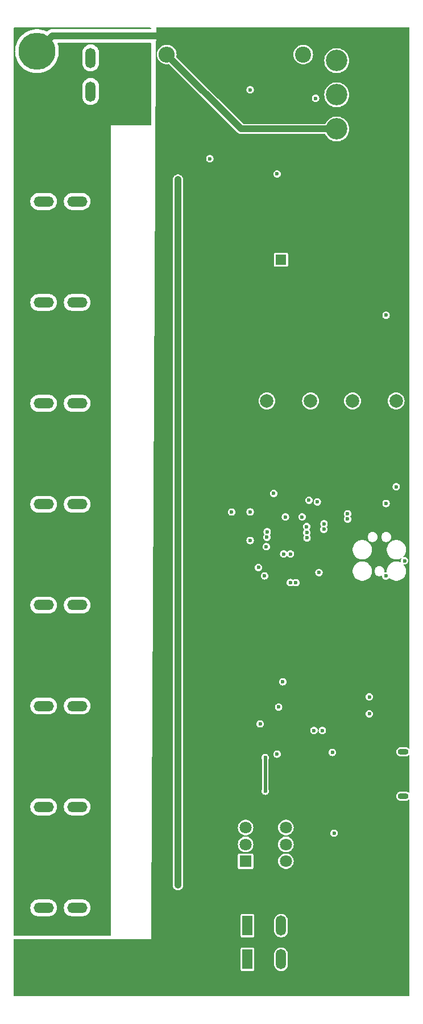
<source format=gbr>
G04 #@! TF.GenerationSoftware,KiCad,Pcbnew,8.0.8+1*
G04 #@! TF.CreationDate,2025-02-28T15:38:13+00:00*
G04 #@! TF.ProjectId,belegt,62656c65-6774-42e6-9b69-6361645f7063,rev?*
G04 #@! TF.SameCoordinates,Original*
G04 #@! TF.FileFunction,Copper,L4,Bot*
G04 #@! TF.FilePolarity,Positive*
%FSLAX46Y46*%
G04 Gerber Fmt 4.6, Leading zero omitted, Abs format (unit mm)*
G04 Created by KiCad (PCBNEW 8.0.8+1) date 2025-02-28 15:38:13*
%MOMM*%
%LPD*%
G01*
G04 APERTURE LIST*
G04 #@! TA.AperFunction,ComponentPad*
%ADD10R,3.000000X1.500000*%
G04 #@! TD*
G04 #@! TA.AperFunction,ComponentPad*
%ADD11O,3.000000X1.500000*%
G04 #@! TD*
G04 #@! TA.AperFunction,ComponentPad*
%ADD12C,2.000000*%
G04 #@! TD*
G04 #@! TA.AperFunction,ComponentPad*
%ADD13C,5.500000*%
G04 #@! TD*
G04 #@! TA.AperFunction,ComponentPad*
%ADD14R,1.500000X3.000000*%
G04 #@! TD*
G04 #@! TA.AperFunction,ComponentPad*
%ADD15O,1.500000X3.000000*%
G04 #@! TD*
G04 #@! TA.AperFunction,ComponentPad*
%ADD16R,1.600000X1.600000*%
G04 #@! TD*
G04 #@! TA.AperFunction,ComponentPad*
%ADD17C,1.600000*%
G04 #@! TD*
G04 #@! TA.AperFunction,HeatsinkPad*
%ADD18O,1.600000X0.900000*%
G04 #@! TD*
G04 #@! TA.AperFunction,ComponentPad*
%ADD19R,3.200000X3.200000*%
G04 #@! TD*
G04 #@! TA.AperFunction,ComponentPad*
%ADD20C,3.200000*%
G04 #@! TD*
G04 #@! TA.AperFunction,ComponentPad*
%ADD21C,2.400000*%
G04 #@! TD*
G04 #@! TA.AperFunction,ComponentPad*
%ADD22O,2.400000X2.400000*%
G04 #@! TD*
G04 #@! TA.AperFunction,ComponentPad*
%ADD23R,1.800000X1.800000*%
G04 #@! TD*
G04 #@! TA.AperFunction,ComponentPad*
%ADD24C,1.800000*%
G04 #@! TD*
G04 #@! TA.AperFunction,ViaPad*
%ADD25C,0.600000*%
G04 #@! TD*
G04 #@! TA.AperFunction,Conductor*
%ADD26C,1.000000*%
G04 #@! TD*
G04 #@! TA.AperFunction,Conductor*
%ADD27C,0.500000*%
G04 #@! TD*
G04 APERTURE END LIST*
D10*
X90000000Y-66350000D03*
X85000000Y-66350000D03*
D11*
X90000000Y-71350000D03*
X85000000Y-71350000D03*
D10*
X90000000Y-141350000D03*
X85000000Y-141350000D03*
D11*
X90000000Y-146350000D03*
X85000000Y-146350000D03*
D12*
X131000000Y-81500000D03*
X137500000Y-81500000D03*
X131000000Y-86000000D03*
X137500000Y-86000000D03*
X118250000Y-81500000D03*
X124750000Y-81500000D03*
X118250000Y-86000000D03*
X124750000Y-86000000D03*
D13*
X136000000Y-34000000D03*
D10*
X90000000Y-156350000D03*
X85000000Y-156350000D03*
D11*
X90000000Y-161350000D03*
X85000000Y-161350000D03*
D14*
X115350000Y-164000000D03*
X115350000Y-169000000D03*
D15*
X120350000Y-164000000D03*
X120350000Y-169000000D03*
D13*
X84000000Y-34000000D03*
D10*
X90000000Y-126350000D03*
X85000000Y-126350000D03*
D11*
X90000000Y-131350000D03*
X85000000Y-131350000D03*
D10*
X90000000Y-111350000D03*
X85000000Y-111350000D03*
D11*
X90000000Y-116350000D03*
X85000000Y-116350000D03*
D10*
X90000000Y-51350000D03*
X85000000Y-51350000D03*
D11*
X90000000Y-56350000D03*
X85000000Y-56350000D03*
D10*
X90000000Y-81350000D03*
X85000000Y-81350000D03*
D11*
X90000000Y-86350000D03*
X85000000Y-86350000D03*
D16*
X120347349Y-65000000D03*
D17*
X123847349Y-65000000D03*
D18*
X138550000Y-144750000D03*
X138550000Y-138150000D03*
D13*
X136000000Y-171000000D03*
X84000000Y-171000000D03*
D19*
X128650000Y-50650000D03*
D20*
X128650000Y-45570000D03*
X128650000Y-40490000D03*
X128650000Y-35410000D03*
D21*
X123660000Y-34500000D03*
D22*
X103340000Y-34500000D03*
D14*
X97000000Y-40000000D03*
X97000000Y-35000000D03*
D15*
X92000000Y-40000000D03*
X92000000Y-35000000D03*
D10*
X90000000Y-96350000D03*
X85000000Y-96350000D03*
D11*
X90000000Y-101350000D03*
X85000000Y-101350000D03*
D23*
X115077500Y-154422500D03*
D24*
X115077500Y-151922500D03*
X115077500Y-149422500D03*
X121077500Y-154422500D03*
X121077500Y-151922500D03*
X121077500Y-149422500D03*
D25*
X124250000Y-120750000D03*
X128250000Y-122500000D03*
X127500000Y-120500000D03*
X127750000Y-118000000D03*
X130500000Y-111500000D03*
X130750000Y-122500000D03*
X124250000Y-117500000D03*
X131000000Y-120000000D03*
X121500000Y-118000000D03*
X123250000Y-114750000D03*
X127750000Y-115250000D03*
X127500000Y-111500000D03*
X136000000Y-73250000D03*
X113000000Y-102500000D03*
X135962165Y-112017443D03*
X137500000Y-98750000D03*
X126000000Y-111500000D03*
X117250000Y-134000000D03*
X117000000Y-110750000D03*
X119250000Y-99750000D03*
X125750000Y-101000000D03*
X124500000Y-100750000D03*
X118000000Y-139000000D03*
X118000000Y-144000000D03*
X121000000Y-103250000D03*
X138750000Y-109750000D03*
X123500000Y-103250000D03*
X105000000Y-83000000D03*
X105000000Y-68000000D03*
X105000000Y-128000000D03*
X105000000Y-158000000D03*
X105000000Y-113000000D03*
X105000000Y-53095000D03*
X105000000Y-98000000D03*
X105000000Y-143000000D03*
X128000000Y-138250000D03*
X128250000Y-150250000D03*
X126725737Y-105074266D03*
X133500000Y-132500000D03*
X126750000Y-104250000D03*
X133500000Y-130000000D03*
X117900000Y-112000000D03*
X118139352Y-107662500D03*
X124175001Y-104670368D03*
X136000000Y-101250000D03*
X125500000Y-41000000D03*
X109750000Y-50000000D03*
X115750000Y-102500000D03*
X118285551Y-105450789D03*
X115750000Y-39750000D03*
X119750000Y-52250000D03*
X118250000Y-106250000D03*
X121750000Y-113000000D03*
X120000000Y-131500000D03*
X122550003Y-113000000D03*
X120600000Y-127750000D03*
X120750000Y-108750000D03*
X125250000Y-135000000D03*
X119750000Y-138500000D03*
X115750000Y-106750000D03*
X124224068Y-106351554D03*
X130250000Y-103550003D03*
X130250000Y-102750000D03*
X124184113Y-105552552D03*
X126500000Y-135000000D03*
X121750000Y-108750000D03*
D26*
X86250000Y-31750000D02*
X103500000Y-31750000D01*
X84000000Y-34000000D02*
X86250000Y-31750000D01*
D27*
X118000000Y-139000000D02*
X118000000Y-144000000D01*
D26*
X105000000Y-113000000D02*
X105000000Y-128000000D01*
X105000000Y-143000000D02*
X105000000Y-158000000D01*
X105000000Y-53095000D02*
X105000000Y-68000000D01*
X105000000Y-98000000D02*
X105000000Y-113000000D01*
X105000000Y-83000000D02*
X105000000Y-98000000D01*
X105000000Y-68000000D02*
X105000000Y-83000000D01*
X105000000Y-128000000D02*
X105000000Y-143000000D01*
X128650000Y-45570000D02*
X114410000Y-45570000D01*
X114410000Y-45570000D02*
X103340000Y-34500000D01*
G04 #@! TA.AperFunction,Conductor*
G36*
X139485148Y-30514852D02*
G01*
X139499500Y-30549500D01*
X139499500Y-137640548D01*
X139485148Y-137675196D01*
X139450500Y-137689548D01*
X139415852Y-137675196D01*
X139346539Y-137605883D01*
X139278074Y-137560137D01*
X139231811Y-137529225D01*
X139231808Y-137529223D01*
X139231807Y-137529223D01*
X139104329Y-137476420D01*
X139104318Y-137476417D01*
X138968998Y-137449500D01*
X138968993Y-137449500D01*
X138131007Y-137449500D01*
X138131001Y-137449500D01*
X137995681Y-137476417D01*
X137995670Y-137476420D01*
X137868192Y-137529223D01*
X137753460Y-137605883D01*
X137655883Y-137703460D01*
X137579223Y-137818192D01*
X137526420Y-137945670D01*
X137526417Y-137945681D01*
X137499500Y-138081001D01*
X137499500Y-138218998D01*
X137526417Y-138354318D01*
X137526420Y-138354329D01*
X137579223Y-138481807D01*
X137579225Y-138481811D01*
X137591379Y-138500000D01*
X137655883Y-138596539D01*
X137753460Y-138694116D01*
X137795752Y-138722374D01*
X137868189Y-138770775D01*
X137995672Y-138823580D01*
X137995678Y-138823581D01*
X137995681Y-138823582D01*
X138131001Y-138850499D01*
X138131007Y-138850500D01*
X138968993Y-138850500D01*
X139104328Y-138823580D01*
X139231811Y-138770775D01*
X139346542Y-138694114D01*
X139415852Y-138624804D01*
X139450500Y-138610452D01*
X139485148Y-138624804D01*
X139499500Y-138659452D01*
X139499500Y-144240548D01*
X139485148Y-144275196D01*
X139450500Y-144289548D01*
X139415852Y-144275196D01*
X139346539Y-144205883D01*
X139278074Y-144160137D01*
X139231811Y-144129225D01*
X139231808Y-144129223D01*
X139231807Y-144129223D01*
X139104329Y-144076420D01*
X139104318Y-144076417D01*
X138968998Y-144049500D01*
X138968993Y-144049500D01*
X138131007Y-144049500D01*
X138131001Y-144049500D01*
X137995681Y-144076417D01*
X137995670Y-144076420D01*
X137868192Y-144129223D01*
X137753460Y-144205883D01*
X137655883Y-144303460D01*
X137579223Y-144418192D01*
X137526420Y-144545670D01*
X137526417Y-144545681D01*
X137499500Y-144681001D01*
X137499500Y-144818998D01*
X137526417Y-144954318D01*
X137526420Y-144954328D01*
X137579225Y-145081811D01*
X137600500Y-145113651D01*
X137655883Y-145196539D01*
X137753460Y-145294116D01*
X137799102Y-145324613D01*
X137868189Y-145370775D01*
X137995672Y-145423580D01*
X137995678Y-145423581D01*
X137995681Y-145423582D01*
X138131001Y-145450499D01*
X138131007Y-145450500D01*
X138968993Y-145450500D01*
X139104328Y-145423580D01*
X139231811Y-145370775D01*
X139346542Y-145294114D01*
X139415852Y-145224804D01*
X139450500Y-145210452D01*
X139485148Y-145224804D01*
X139499500Y-145259452D01*
X139499500Y-174450500D01*
X139485148Y-174485148D01*
X139450500Y-174499500D01*
X80549500Y-174499500D01*
X80514852Y-174485148D01*
X80500500Y-174450500D01*
X80500500Y-167475322D01*
X114349500Y-167475322D01*
X114349500Y-170524677D01*
X114364033Y-170597739D01*
X114419398Y-170680601D01*
X114502260Y-170735966D01*
X114575326Y-170750500D01*
X116124674Y-170750500D01*
X116197740Y-170735966D01*
X116280601Y-170680601D01*
X116335966Y-170597740D01*
X116350500Y-170524674D01*
X116350500Y-168151455D01*
X119349500Y-168151455D01*
X119349500Y-169848544D01*
X119387947Y-170041827D01*
X119387949Y-170041835D01*
X119463368Y-170223914D01*
X119572861Y-170387782D01*
X119712218Y-170527139D01*
X119876086Y-170636632D01*
X120058165Y-170712051D01*
X120251459Y-170750500D01*
X120448541Y-170750500D01*
X120641835Y-170712051D01*
X120823914Y-170636632D01*
X120987782Y-170527139D01*
X121127139Y-170387782D01*
X121236632Y-170223914D01*
X121312051Y-170041835D01*
X121350500Y-169848541D01*
X121350500Y-168151459D01*
X121312051Y-167958165D01*
X121236632Y-167776086D01*
X121127139Y-167612218D01*
X120987782Y-167472861D01*
X120823914Y-167363368D01*
X120823911Y-167363366D01*
X120823910Y-167363366D01*
X120641836Y-167287949D01*
X120641827Y-167287947D01*
X120448544Y-167249500D01*
X120448541Y-167249500D01*
X120251459Y-167249500D01*
X120251455Y-167249500D01*
X120058172Y-167287947D01*
X120058163Y-167287949D01*
X119876089Y-167363366D01*
X119712218Y-167472860D01*
X119572860Y-167612218D01*
X119463366Y-167776089D01*
X119387949Y-167958163D01*
X119387947Y-167958172D01*
X119349500Y-168151455D01*
X116350500Y-168151455D01*
X116350500Y-167475326D01*
X116335966Y-167402260D01*
X116309980Y-167363368D01*
X116280601Y-167319398D01*
X116197739Y-167264033D01*
X116124677Y-167249500D01*
X116124674Y-167249500D01*
X114575326Y-167249500D01*
X114575322Y-167249500D01*
X114502260Y-167264033D01*
X114419398Y-167319398D01*
X114364033Y-167402260D01*
X114349500Y-167475322D01*
X80500500Y-167475322D01*
X80500500Y-166049000D01*
X80514852Y-166014352D01*
X80549500Y-166000000D01*
X101000000Y-166000000D01*
X101019438Y-162475322D01*
X114349500Y-162475322D01*
X114349500Y-165524677D01*
X114364033Y-165597739D01*
X114419398Y-165680601D01*
X114502260Y-165735966D01*
X114575326Y-165750500D01*
X116124674Y-165750500D01*
X116197740Y-165735966D01*
X116280601Y-165680601D01*
X116335966Y-165597740D01*
X116350500Y-165524674D01*
X116350500Y-163151455D01*
X119349500Y-163151455D01*
X119349500Y-164848544D01*
X119387947Y-165041827D01*
X119387949Y-165041835D01*
X119463368Y-165223914D01*
X119572861Y-165387782D01*
X119712218Y-165527139D01*
X119876086Y-165636632D01*
X120058165Y-165712051D01*
X120251459Y-165750500D01*
X120448541Y-165750500D01*
X120641835Y-165712051D01*
X120823914Y-165636632D01*
X120987782Y-165527139D01*
X121127139Y-165387782D01*
X121236632Y-165223914D01*
X121312051Y-165041835D01*
X121350500Y-164848541D01*
X121350500Y-163151459D01*
X121312051Y-162958165D01*
X121236632Y-162776086D01*
X121127139Y-162612218D01*
X120987782Y-162472861D01*
X120823914Y-162363368D01*
X120823911Y-162363366D01*
X120823910Y-162363366D01*
X120641836Y-162287949D01*
X120641827Y-162287947D01*
X120448544Y-162249500D01*
X120448541Y-162249500D01*
X120251459Y-162249500D01*
X120251455Y-162249500D01*
X120058172Y-162287947D01*
X120058163Y-162287949D01*
X119876089Y-162363366D01*
X119712218Y-162472860D01*
X119572860Y-162612218D01*
X119463366Y-162776089D01*
X119387949Y-162958163D01*
X119387947Y-162958172D01*
X119349500Y-163151455D01*
X116350500Y-163151455D01*
X116350500Y-162475326D01*
X116335966Y-162402260D01*
X116309980Y-162363368D01*
X116280601Y-162319398D01*
X116197739Y-162264033D01*
X116124677Y-162249500D01*
X116124674Y-162249500D01*
X114575326Y-162249500D01*
X114575322Y-162249500D01*
X114502260Y-162264033D01*
X114419398Y-162319398D01*
X114364033Y-162402260D01*
X114349500Y-162475322D01*
X101019438Y-162475322D01*
X101623046Y-53021078D01*
X104249500Y-53021078D01*
X104249500Y-158073921D01*
X104278340Y-158218906D01*
X104278342Y-158218915D01*
X104334914Y-158355491D01*
X104334916Y-158355495D01*
X104417049Y-158478416D01*
X104521584Y-158582951D01*
X104644505Y-158665084D01*
X104712796Y-158693371D01*
X104781084Y-158721657D01*
X104781085Y-158721657D01*
X104781087Y-158721658D01*
X104926082Y-158750500D01*
X105073918Y-158750500D01*
X105218913Y-158721658D01*
X105355495Y-158665084D01*
X105478416Y-158582951D01*
X105582951Y-158478416D01*
X105665084Y-158355495D01*
X105721658Y-158218913D01*
X105750500Y-158073918D01*
X105750500Y-153497822D01*
X113927000Y-153497822D01*
X113927000Y-155347177D01*
X113941533Y-155420239D01*
X113996898Y-155503101D01*
X114079760Y-155558466D01*
X114152826Y-155573000D01*
X116002174Y-155573000D01*
X116075240Y-155558466D01*
X116158101Y-155503101D01*
X116213466Y-155420240D01*
X116228000Y-155347174D01*
X116228000Y-154422500D01*
X119922071Y-154422500D01*
X119941743Y-154634806D01*
X119941744Y-154634812D01*
X120000093Y-154839884D01*
X120000097Y-154839894D01*
X120095132Y-155030752D01*
X120095135Y-155030756D01*
X120223625Y-155200904D01*
X120223628Y-155200907D01*
X120381193Y-155344548D01*
X120381194Y-155344549D01*
X120381198Y-155344552D01*
X120562481Y-155456798D01*
X120562484Y-155456799D01*
X120761296Y-155533819D01*
X120761297Y-155533819D01*
X120761302Y-155533821D01*
X120970890Y-155573000D01*
X120970892Y-155573000D01*
X121184108Y-155573000D01*
X121184110Y-155573000D01*
X121393698Y-155533821D01*
X121592519Y-155456798D01*
X121773802Y-155344552D01*
X121931372Y-155200907D01*
X122059866Y-155030755D01*
X122154905Y-154839889D01*
X122213256Y-154634810D01*
X122232929Y-154422500D01*
X122213256Y-154210190D01*
X122154905Y-154005111D01*
X122059866Y-153814245D01*
X121931372Y-153644093D01*
X121931371Y-153644092D01*
X121773806Y-153500451D01*
X121773803Y-153500449D01*
X121773802Y-153500448D01*
X121592519Y-153388202D01*
X121592516Y-153388201D01*
X121592515Y-153388200D01*
X121393703Y-153311180D01*
X121393698Y-153311179D01*
X121184110Y-153272000D01*
X120970890Y-153272000D01*
X120812736Y-153301564D01*
X120761296Y-153311180D01*
X120562484Y-153388200D01*
X120381193Y-153500451D01*
X120223628Y-153644092D01*
X120223625Y-153644095D01*
X120095135Y-153814243D01*
X120095132Y-153814247D01*
X120000097Y-154005105D01*
X120000093Y-154005115D01*
X119941744Y-154210187D01*
X119941743Y-154210193D01*
X119922071Y-154422500D01*
X116228000Y-154422500D01*
X116228000Y-153497826D01*
X116213466Y-153424760D01*
X116189038Y-153388200D01*
X116158101Y-153341898D01*
X116075239Y-153286533D01*
X116002177Y-153272000D01*
X116002174Y-153272000D01*
X114152826Y-153272000D01*
X114152822Y-153272000D01*
X114079760Y-153286533D01*
X113996898Y-153341898D01*
X113941533Y-153424760D01*
X113927000Y-153497822D01*
X105750500Y-153497822D01*
X105750500Y-151922500D01*
X113922071Y-151922500D01*
X113941743Y-152134806D01*
X113941744Y-152134812D01*
X114000093Y-152339884D01*
X114000097Y-152339894D01*
X114095132Y-152530752D01*
X114095135Y-152530756D01*
X114223625Y-152700904D01*
X114223628Y-152700907D01*
X114381193Y-152844548D01*
X114381194Y-152844549D01*
X114381198Y-152844552D01*
X114562481Y-152956798D01*
X114562484Y-152956799D01*
X114761296Y-153033819D01*
X114761297Y-153033819D01*
X114761302Y-153033821D01*
X114970890Y-153073000D01*
X114970892Y-153073000D01*
X115184108Y-153073000D01*
X115184110Y-153073000D01*
X115393698Y-153033821D01*
X115592519Y-152956798D01*
X115773802Y-152844552D01*
X115931372Y-152700907D01*
X116059866Y-152530755D01*
X116154905Y-152339889D01*
X116213256Y-152134810D01*
X116232929Y-151922500D01*
X119922071Y-151922500D01*
X119941743Y-152134806D01*
X119941744Y-152134812D01*
X120000093Y-152339884D01*
X120000097Y-152339894D01*
X120095132Y-152530752D01*
X120095135Y-152530756D01*
X120223625Y-152700904D01*
X120223628Y-152700907D01*
X120381193Y-152844548D01*
X120381194Y-152844549D01*
X120381198Y-152844552D01*
X120562481Y-152956798D01*
X120562484Y-152956799D01*
X120761296Y-153033819D01*
X120761297Y-153033819D01*
X120761302Y-153033821D01*
X120970890Y-153073000D01*
X120970892Y-153073000D01*
X121184108Y-153073000D01*
X121184110Y-153073000D01*
X121393698Y-153033821D01*
X121592519Y-152956798D01*
X121773802Y-152844552D01*
X121931372Y-152700907D01*
X122059866Y-152530755D01*
X122154905Y-152339889D01*
X122213256Y-152134810D01*
X122232929Y-151922500D01*
X122213256Y-151710190D01*
X122154905Y-151505111D01*
X122059866Y-151314245D01*
X121931372Y-151144093D01*
X121931371Y-151144092D01*
X121773806Y-151000451D01*
X121773803Y-151000449D01*
X121773802Y-151000448D01*
X121592519Y-150888202D01*
X121592516Y-150888201D01*
X121592515Y-150888200D01*
X121393703Y-150811180D01*
X121393698Y-150811179D01*
X121184110Y-150772000D01*
X120970890Y-150772000D01*
X120812736Y-150801564D01*
X120761296Y-150811180D01*
X120562484Y-150888200D01*
X120381193Y-151000451D01*
X120223628Y-151144092D01*
X120223625Y-151144095D01*
X120095135Y-151314243D01*
X120095132Y-151314247D01*
X120000097Y-151505105D01*
X120000093Y-151505115D01*
X119941744Y-151710187D01*
X119941743Y-151710193D01*
X119922071Y-151922500D01*
X116232929Y-151922500D01*
X116213256Y-151710190D01*
X116154905Y-151505111D01*
X116059866Y-151314245D01*
X115931372Y-151144093D01*
X115931371Y-151144092D01*
X115773806Y-151000451D01*
X115773803Y-151000449D01*
X115773802Y-151000448D01*
X115592519Y-150888202D01*
X115592516Y-150888201D01*
X115592515Y-150888200D01*
X115393703Y-150811180D01*
X115393698Y-150811179D01*
X115184110Y-150772000D01*
X114970890Y-150772000D01*
X114812736Y-150801564D01*
X114761296Y-150811180D01*
X114562484Y-150888200D01*
X114381193Y-151000451D01*
X114223628Y-151144092D01*
X114223625Y-151144095D01*
X114095135Y-151314243D01*
X114095132Y-151314247D01*
X114000097Y-151505105D01*
X114000093Y-151505115D01*
X113941744Y-151710187D01*
X113941743Y-151710193D01*
X113922071Y-151922500D01*
X105750500Y-151922500D01*
X105750500Y-149422500D01*
X113922071Y-149422500D01*
X113941743Y-149634806D01*
X113941744Y-149634812D01*
X114000093Y-149839884D01*
X114000097Y-149839894D01*
X114095132Y-150030752D01*
X114095135Y-150030756D01*
X114223625Y-150200904D01*
X114223628Y-150200907D01*
X114381193Y-150344548D01*
X114381194Y-150344549D01*
X114381198Y-150344552D01*
X114562481Y-150456798D01*
X114562484Y-150456799D01*
X114761296Y-150533819D01*
X114761297Y-150533819D01*
X114761302Y-150533821D01*
X114970890Y-150573000D01*
X114970892Y-150573000D01*
X115184108Y-150573000D01*
X115184110Y-150573000D01*
X115393698Y-150533821D01*
X115592519Y-150456798D01*
X115773802Y-150344552D01*
X115931372Y-150200907D01*
X116059866Y-150030755D01*
X116154905Y-149839889D01*
X116213256Y-149634810D01*
X116232929Y-149422500D01*
X119922071Y-149422500D01*
X119941743Y-149634806D01*
X119941744Y-149634812D01*
X120000093Y-149839884D01*
X120000097Y-149839894D01*
X120095132Y-150030752D01*
X120095135Y-150030756D01*
X120223625Y-150200904D01*
X120223628Y-150200907D01*
X120381193Y-150344548D01*
X120381194Y-150344549D01*
X120381198Y-150344552D01*
X120562481Y-150456798D01*
X120562484Y-150456799D01*
X120761296Y-150533819D01*
X120761297Y-150533819D01*
X120761302Y-150533821D01*
X120970890Y-150573000D01*
X120970892Y-150573000D01*
X121184108Y-150573000D01*
X121184110Y-150573000D01*
X121393698Y-150533821D01*
X121592519Y-150456798D01*
X121773802Y-150344552D01*
X121877520Y-150250000D01*
X127694750Y-150250000D01*
X127713669Y-150393708D01*
X127769136Y-150527620D01*
X127769139Y-150527625D01*
X127857379Y-150642621D01*
X127972375Y-150730861D01*
X127972377Y-150730861D01*
X127972379Y-150730863D01*
X128071695Y-150772000D01*
X128106291Y-150786330D01*
X128250000Y-150805250D01*
X128393709Y-150786330D01*
X128527625Y-150730861D01*
X128642621Y-150642621D01*
X128730861Y-150527625D01*
X128786330Y-150393709D01*
X128805250Y-150250000D01*
X128786330Y-150106291D01*
X128755043Y-150030756D01*
X128730863Y-149972379D01*
X128730860Y-149972374D01*
X128642621Y-149857379D01*
X128642620Y-149857378D01*
X128527625Y-149769139D01*
X128527620Y-149769136D01*
X128393708Y-149713669D01*
X128250000Y-149694750D01*
X128106291Y-149713669D01*
X127972379Y-149769136D01*
X127972374Y-149769139D01*
X127857379Y-149857378D01*
X127857378Y-149857379D01*
X127769139Y-149972374D01*
X127769136Y-149972379D01*
X127713669Y-150106291D01*
X127694750Y-150250000D01*
X121877520Y-150250000D01*
X121931372Y-150200907D01*
X122059866Y-150030755D01*
X122154905Y-149839889D01*
X122213256Y-149634810D01*
X122232929Y-149422500D01*
X122213256Y-149210190D01*
X122154905Y-149005111D01*
X122059866Y-148814245D01*
X121931372Y-148644093D01*
X121931371Y-148644092D01*
X121773806Y-148500451D01*
X121773803Y-148500449D01*
X121773802Y-148500448D01*
X121592519Y-148388202D01*
X121592516Y-148388201D01*
X121592515Y-148388200D01*
X121393703Y-148311180D01*
X121393698Y-148311179D01*
X121184110Y-148272000D01*
X120970890Y-148272000D01*
X120812736Y-148301564D01*
X120761296Y-148311180D01*
X120562484Y-148388200D01*
X120381193Y-148500451D01*
X120223628Y-148644092D01*
X120223625Y-148644095D01*
X120095135Y-148814243D01*
X120095132Y-148814247D01*
X120000097Y-149005105D01*
X120000093Y-149005115D01*
X119941744Y-149210187D01*
X119941743Y-149210193D01*
X119922071Y-149422500D01*
X116232929Y-149422500D01*
X116213256Y-149210190D01*
X116154905Y-149005111D01*
X116059866Y-148814245D01*
X115931372Y-148644093D01*
X115931371Y-148644092D01*
X115773806Y-148500451D01*
X115773803Y-148500449D01*
X115773802Y-148500448D01*
X115592519Y-148388202D01*
X115592516Y-148388201D01*
X115592515Y-148388200D01*
X115393703Y-148311180D01*
X115393698Y-148311179D01*
X115184110Y-148272000D01*
X114970890Y-148272000D01*
X114812736Y-148301564D01*
X114761296Y-148311180D01*
X114562484Y-148388200D01*
X114381193Y-148500451D01*
X114223628Y-148644092D01*
X114223625Y-148644095D01*
X114095135Y-148814243D01*
X114095132Y-148814247D01*
X114000097Y-149005105D01*
X114000093Y-149005115D01*
X113941744Y-149210187D01*
X113941743Y-149210193D01*
X113922071Y-149422500D01*
X105750500Y-149422500D01*
X105750500Y-142926082D01*
X105750500Y-139000000D01*
X117444750Y-139000000D01*
X117463669Y-139143706D01*
X117463669Y-139143708D01*
X117463670Y-139143709D01*
X117495770Y-139221207D01*
X117499500Y-139239956D01*
X117499500Y-143760042D01*
X117495770Y-143778793D01*
X117463669Y-143856291D01*
X117444750Y-144000000D01*
X117463669Y-144143708D01*
X117519136Y-144277620D01*
X117519139Y-144277625D01*
X117602565Y-144386348D01*
X117607379Y-144392621D01*
X117722375Y-144480861D01*
X117722377Y-144480861D01*
X117722379Y-144480863D01*
X117856291Y-144536330D01*
X118000000Y-144555250D01*
X118143709Y-144536330D01*
X118277625Y-144480861D01*
X118392621Y-144392621D01*
X118480861Y-144277625D01*
X118536330Y-144143709D01*
X118555250Y-144000000D01*
X118536330Y-143856291D01*
X118504230Y-143778793D01*
X118500500Y-143760042D01*
X118500500Y-139239956D01*
X118504229Y-139221207D01*
X118536330Y-139143709D01*
X118555250Y-139000000D01*
X118536330Y-138856291D01*
X118522781Y-138823580D01*
X118480863Y-138722379D01*
X118480860Y-138722374D01*
X118419662Y-138642620D01*
X118392621Y-138607379D01*
X118277625Y-138519139D01*
X118277620Y-138519136D01*
X118231421Y-138500000D01*
X119194750Y-138500000D01*
X119213669Y-138643708D01*
X119269136Y-138777620D01*
X119269139Y-138777625D01*
X119290336Y-138805250D01*
X119357379Y-138892621D01*
X119472375Y-138980861D01*
X119472377Y-138980861D01*
X119472379Y-138980863D01*
X119518581Y-139000000D01*
X119606291Y-139036330D01*
X119750000Y-139055250D01*
X119893709Y-139036330D01*
X120027625Y-138980861D01*
X120142621Y-138892621D01*
X120230861Y-138777625D01*
X120286330Y-138643709D01*
X120305250Y-138500000D01*
X120286330Y-138356291D01*
X120285513Y-138354318D01*
X120242304Y-138250000D01*
X127444750Y-138250000D01*
X127463669Y-138393708D01*
X127519136Y-138527620D01*
X127519139Y-138527625D01*
X127607379Y-138642621D01*
X127722375Y-138730861D01*
X127722377Y-138730861D01*
X127722379Y-138730863D01*
X127818737Y-138770775D01*
X127856291Y-138786330D01*
X128000000Y-138805250D01*
X128143709Y-138786330D01*
X128277625Y-138730861D01*
X128392621Y-138642621D01*
X128480861Y-138527625D01*
X128536330Y-138393709D01*
X128555250Y-138250000D01*
X128536330Y-138106291D01*
X128480861Y-137972375D01*
X128392621Y-137857379D01*
X128277625Y-137769139D01*
X128277620Y-137769136D01*
X128143708Y-137713669D01*
X128000000Y-137694750D01*
X127856291Y-137713669D01*
X127722379Y-137769136D01*
X127722374Y-137769139D01*
X127607379Y-137857378D01*
X127607378Y-137857379D01*
X127519139Y-137972374D01*
X127519136Y-137972379D01*
X127463669Y-138106291D01*
X127444750Y-138250000D01*
X120242304Y-138250000D01*
X120230863Y-138222379D01*
X120230860Y-138222374D01*
X120228269Y-138218998D01*
X120142621Y-138107379D01*
X120027625Y-138019139D01*
X120027620Y-138019136D01*
X119893708Y-137963669D01*
X119750000Y-137944750D01*
X119606291Y-137963669D01*
X119472379Y-138019136D01*
X119472374Y-138019139D01*
X119357379Y-138107378D01*
X119357378Y-138107379D01*
X119269139Y-138222374D01*
X119269136Y-138222379D01*
X119213669Y-138356291D01*
X119194750Y-138500000D01*
X118231421Y-138500000D01*
X118143708Y-138463669D01*
X118000000Y-138444750D01*
X117856291Y-138463669D01*
X117722379Y-138519136D01*
X117722374Y-138519139D01*
X117607379Y-138607378D01*
X117607378Y-138607379D01*
X117519139Y-138722374D01*
X117519136Y-138722379D01*
X117463669Y-138856291D01*
X117444750Y-139000000D01*
X105750500Y-139000000D01*
X105750500Y-135000000D01*
X124694750Y-135000000D01*
X124713669Y-135143708D01*
X124769136Y-135277620D01*
X124769139Y-135277625D01*
X124857379Y-135392621D01*
X124972375Y-135480861D01*
X124972377Y-135480861D01*
X124972379Y-135480863D01*
X125106291Y-135536330D01*
X125250000Y-135555250D01*
X125393709Y-135536330D01*
X125527625Y-135480861D01*
X125642621Y-135392621D01*
X125730861Y-135277625D01*
X125786330Y-135143709D01*
X125805250Y-135000000D01*
X125944750Y-135000000D01*
X125963669Y-135143708D01*
X126019136Y-135277620D01*
X126019139Y-135277625D01*
X126107379Y-135392621D01*
X126222375Y-135480861D01*
X126222377Y-135480861D01*
X126222379Y-135480863D01*
X126356291Y-135536330D01*
X126500000Y-135555250D01*
X126643709Y-135536330D01*
X126777625Y-135480861D01*
X126892621Y-135392621D01*
X126980861Y-135277625D01*
X127036330Y-135143709D01*
X127055250Y-135000000D01*
X127036330Y-134856291D01*
X126980861Y-134722375D01*
X126892621Y-134607379D01*
X126777625Y-134519139D01*
X126777620Y-134519136D01*
X126643708Y-134463669D01*
X126500000Y-134444750D01*
X126356291Y-134463669D01*
X126222379Y-134519136D01*
X126222374Y-134519139D01*
X126107379Y-134607378D01*
X126107378Y-134607379D01*
X126019139Y-134722374D01*
X126019136Y-134722379D01*
X125963669Y-134856291D01*
X125944750Y-135000000D01*
X125805250Y-135000000D01*
X125786330Y-134856291D01*
X125730861Y-134722375D01*
X125642621Y-134607379D01*
X125527625Y-134519139D01*
X125527620Y-134519136D01*
X125393708Y-134463669D01*
X125250000Y-134444750D01*
X125106291Y-134463669D01*
X124972379Y-134519136D01*
X124972374Y-134519139D01*
X124857379Y-134607378D01*
X124857378Y-134607379D01*
X124769139Y-134722374D01*
X124769136Y-134722379D01*
X124713669Y-134856291D01*
X124694750Y-135000000D01*
X105750500Y-135000000D01*
X105750500Y-134000000D01*
X116694750Y-134000000D01*
X116713669Y-134143708D01*
X116769136Y-134277620D01*
X116769139Y-134277625D01*
X116857379Y-134392621D01*
X116972375Y-134480861D01*
X116972377Y-134480861D01*
X116972379Y-134480863D01*
X117106291Y-134536330D01*
X117250000Y-134555250D01*
X117393709Y-134536330D01*
X117527625Y-134480861D01*
X117642621Y-134392621D01*
X117730861Y-134277625D01*
X117786330Y-134143709D01*
X117805250Y-134000000D01*
X117786330Y-133856291D01*
X117730861Y-133722375D01*
X117642621Y-133607379D01*
X117527625Y-133519139D01*
X117527620Y-133519136D01*
X117393708Y-133463669D01*
X117250000Y-133444750D01*
X117106291Y-133463669D01*
X116972379Y-133519136D01*
X116972374Y-133519139D01*
X116857379Y-133607378D01*
X116857378Y-133607379D01*
X116769139Y-133722374D01*
X116769136Y-133722379D01*
X116713669Y-133856291D01*
X116694750Y-134000000D01*
X105750500Y-134000000D01*
X105750500Y-132500000D01*
X132944750Y-132500000D01*
X132963669Y-132643708D01*
X133019136Y-132777620D01*
X133019139Y-132777625D01*
X133107379Y-132892621D01*
X133222375Y-132980861D01*
X133222377Y-132980861D01*
X133222379Y-132980863D01*
X133356291Y-133036330D01*
X133500000Y-133055250D01*
X133643709Y-133036330D01*
X133777625Y-132980861D01*
X133892621Y-132892621D01*
X133980861Y-132777625D01*
X134036330Y-132643709D01*
X134055250Y-132500000D01*
X134036330Y-132356291D01*
X134033931Y-132350500D01*
X133980863Y-132222379D01*
X133980860Y-132222374D01*
X133892621Y-132107379D01*
X133892620Y-132107378D01*
X133777625Y-132019139D01*
X133777620Y-132019136D01*
X133643708Y-131963669D01*
X133500000Y-131944750D01*
X133356291Y-131963669D01*
X133222379Y-132019136D01*
X133222374Y-132019139D01*
X133107379Y-132107378D01*
X133107378Y-132107379D01*
X133019139Y-132222374D01*
X133019136Y-132222379D01*
X132963669Y-132356291D01*
X132944750Y-132500000D01*
X105750500Y-132500000D01*
X105750500Y-131500000D01*
X119444750Y-131500000D01*
X119463669Y-131643708D01*
X119519136Y-131777620D01*
X119519139Y-131777625D01*
X119607379Y-131892621D01*
X119722375Y-131980861D01*
X119722377Y-131980861D01*
X119722379Y-131980863D01*
X119856291Y-132036330D01*
X120000000Y-132055250D01*
X120143709Y-132036330D01*
X120277625Y-131980861D01*
X120392621Y-131892621D01*
X120480861Y-131777625D01*
X120536330Y-131643709D01*
X120555250Y-131500000D01*
X120536330Y-131356291D01*
X120480861Y-131222375D01*
X120392621Y-131107379D01*
X120328484Y-131058165D01*
X120277625Y-131019139D01*
X120277620Y-131019136D01*
X120143708Y-130963669D01*
X120000000Y-130944750D01*
X119856291Y-130963669D01*
X119722379Y-131019136D01*
X119722374Y-131019139D01*
X119607379Y-131107378D01*
X119607378Y-131107379D01*
X119519139Y-131222374D01*
X119519136Y-131222379D01*
X119463669Y-131356291D01*
X119444750Y-131500000D01*
X105750500Y-131500000D01*
X105750500Y-130000000D01*
X132944750Y-130000000D01*
X132963669Y-130143708D01*
X133019136Y-130277620D01*
X133019139Y-130277625D01*
X133107379Y-130392621D01*
X133222375Y-130480861D01*
X133222377Y-130480861D01*
X133222379Y-130480863D01*
X133356291Y-130536330D01*
X133500000Y-130555250D01*
X133643709Y-130536330D01*
X133777625Y-130480861D01*
X133892621Y-130392621D01*
X133980861Y-130277625D01*
X134036330Y-130143709D01*
X134055250Y-130000000D01*
X134036330Y-129856291D01*
X133980861Y-129722375D01*
X133892621Y-129607379D01*
X133777625Y-129519139D01*
X133777620Y-129519136D01*
X133643708Y-129463669D01*
X133500000Y-129444750D01*
X133356291Y-129463669D01*
X133222379Y-129519136D01*
X133222374Y-129519139D01*
X133107379Y-129607378D01*
X133107378Y-129607379D01*
X133019139Y-129722374D01*
X133019136Y-129722379D01*
X132963669Y-129856291D01*
X132944750Y-130000000D01*
X105750500Y-130000000D01*
X105750500Y-127926082D01*
X105750500Y-127750000D01*
X120044750Y-127750000D01*
X120063669Y-127893708D01*
X120119136Y-128027620D01*
X120119139Y-128027625D01*
X120207379Y-128142621D01*
X120322375Y-128230861D01*
X120322377Y-128230861D01*
X120322379Y-128230863D01*
X120456291Y-128286330D01*
X120600000Y-128305250D01*
X120743709Y-128286330D01*
X120877625Y-128230861D01*
X120992621Y-128142621D01*
X121080861Y-128027625D01*
X121136330Y-127893709D01*
X121155250Y-127750000D01*
X121136330Y-127606291D01*
X121080861Y-127472375D01*
X120992621Y-127357379D01*
X120892562Y-127280601D01*
X120877625Y-127269139D01*
X120877620Y-127269136D01*
X120743708Y-127213669D01*
X120600000Y-127194750D01*
X120456291Y-127213669D01*
X120322379Y-127269136D01*
X120322374Y-127269139D01*
X120207379Y-127357378D01*
X120207378Y-127357379D01*
X120119139Y-127472374D01*
X120119136Y-127472379D01*
X120063669Y-127606291D01*
X120044750Y-127750000D01*
X105750500Y-127750000D01*
X105750500Y-113000000D01*
X121194750Y-113000000D01*
X121213669Y-113143708D01*
X121269136Y-113277620D01*
X121269139Y-113277625D01*
X121357379Y-113392621D01*
X121472375Y-113480861D01*
X121472377Y-113480861D01*
X121472379Y-113480863D01*
X121606291Y-113536330D01*
X121750000Y-113555250D01*
X121893709Y-113536330D01*
X122027625Y-113480861D01*
X122120174Y-113409845D01*
X122156396Y-113400139D01*
X122179829Y-113409845D01*
X122272378Y-113480861D01*
X122272380Y-113480861D01*
X122272382Y-113480863D01*
X122406294Y-113536330D01*
X122550003Y-113555250D01*
X122693712Y-113536330D01*
X122827628Y-113480861D01*
X122942624Y-113392621D01*
X123030864Y-113277625D01*
X123086333Y-113143709D01*
X123105253Y-113000000D01*
X123086333Y-112856291D01*
X123030866Y-112722379D01*
X123030863Y-112722374D01*
X122942624Y-112607379D01*
X122942623Y-112607378D01*
X122827628Y-112519139D01*
X122827623Y-112519136D01*
X122693711Y-112463669D01*
X122550003Y-112444750D01*
X122406294Y-112463669D01*
X122272382Y-112519136D01*
X122179829Y-112590154D01*
X122143604Y-112599860D01*
X122120173Y-112590154D01*
X122027625Y-112519139D01*
X122027621Y-112519137D01*
X122027620Y-112519136D01*
X121893708Y-112463669D01*
X121750000Y-112444750D01*
X121606291Y-112463669D01*
X121472379Y-112519136D01*
X121472374Y-112519139D01*
X121357379Y-112607378D01*
X121357378Y-112607379D01*
X121269139Y-112722374D01*
X121269136Y-112722379D01*
X121213669Y-112856291D01*
X121194750Y-113000000D01*
X105750500Y-113000000D01*
X105750500Y-112926082D01*
X105750500Y-112000000D01*
X117344750Y-112000000D01*
X117363669Y-112143708D01*
X117419136Y-112277620D01*
X117419139Y-112277625D01*
X117507379Y-112392621D01*
X117622375Y-112480861D01*
X117622377Y-112480861D01*
X117622379Y-112480863D01*
X117756291Y-112536330D01*
X117900000Y-112555250D01*
X118043709Y-112536330D01*
X118177625Y-112480861D01*
X118292621Y-112392621D01*
X118380861Y-112277625D01*
X118436330Y-112143709D01*
X118455250Y-112000000D01*
X118436330Y-111856291D01*
X118398691Y-111765420D01*
X118380863Y-111722379D01*
X118380860Y-111722374D01*
X118320160Y-111643269D01*
X118292621Y-111607379D01*
X118177625Y-111519139D01*
X118177620Y-111519136D01*
X118131421Y-111500000D01*
X125444750Y-111500000D01*
X125463669Y-111643708D01*
X125519136Y-111777620D01*
X125519139Y-111777625D01*
X125607379Y-111892621D01*
X125722375Y-111980861D01*
X125722377Y-111980861D01*
X125722379Y-111980863D01*
X125810688Y-112017441D01*
X125856291Y-112036330D01*
X126000000Y-112055250D01*
X126143709Y-112036330D01*
X126277625Y-111980861D01*
X126392621Y-111892621D01*
X126480861Y-111777625D01*
X126536330Y-111643709D01*
X126555250Y-111500000D01*
X126536330Y-111356291D01*
X126480863Y-111222379D01*
X126480860Y-111222374D01*
X126445913Y-111176831D01*
X131022050Y-111176831D01*
X131022050Y-111403168D01*
X131057457Y-111626718D01*
X131057458Y-111626721D01*
X131127400Y-111841982D01*
X131226155Y-112035800D01*
X131230155Y-112043650D01*
X131302851Y-112143708D01*
X131363194Y-112226762D01*
X131363198Y-112226767D01*
X131523233Y-112386802D01*
X131523237Y-112386805D01*
X131523239Y-112386807D01*
X131706350Y-112519845D01*
X131908019Y-112622600D01*
X132123279Y-112692542D01*
X132346831Y-112727950D01*
X132346832Y-112727950D01*
X132573168Y-112727950D01*
X132573169Y-112727950D01*
X132796721Y-112692542D01*
X133011981Y-112622600D01*
X133213650Y-112519845D01*
X133396761Y-112386807D01*
X133396764Y-112386803D01*
X133396767Y-112386802D01*
X133556802Y-112226767D01*
X133556803Y-112226764D01*
X133556807Y-112226761D01*
X133689845Y-112043650D01*
X133792600Y-111841981D01*
X133862542Y-111626721D01*
X133897950Y-111403169D01*
X133897950Y-111216545D01*
X134254200Y-111216545D01*
X134254200Y-111363455D01*
X134274134Y-111463670D01*
X134282860Y-111507542D01*
X134282860Y-111507543D01*
X134339078Y-111643265D01*
X134339080Y-111643269D01*
X134371991Y-111692525D01*
X134420696Y-111765417D01*
X134524582Y-111869303D01*
X134573176Y-111901772D01*
X134646731Y-111950920D01*
X134782458Y-112007140D01*
X134926545Y-112035800D01*
X134926548Y-112035800D01*
X135073452Y-112035800D01*
X135073455Y-112035800D01*
X135217542Y-112007140D01*
X135340862Y-111956059D01*
X135378364Y-111956059D01*
X135404883Y-111982578D01*
X135408194Y-112007723D01*
X135406915Y-112017441D01*
X135425834Y-112161151D01*
X135481301Y-112295063D01*
X135481304Y-112295068D01*
X135556158Y-112392620D01*
X135569544Y-112410064D01*
X135684540Y-112498304D01*
X135684542Y-112498304D01*
X135684544Y-112498306D01*
X135776344Y-112536330D01*
X135818456Y-112553773D01*
X135962165Y-112572693D01*
X136105874Y-112553773D01*
X136239790Y-112498304D01*
X136354786Y-112410064D01*
X136438742Y-112300649D01*
X136471219Y-112281899D01*
X136507444Y-112291606D01*
X136512263Y-112295832D01*
X136603233Y-112386802D01*
X136603237Y-112386805D01*
X136603239Y-112386807D01*
X136786350Y-112519845D01*
X136988019Y-112622600D01*
X137203279Y-112692542D01*
X137426831Y-112727950D01*
X137426832Y-112727950D01*
X137653168Y-112727950D01*
X137653169Y-112727950D01*
X137876721Y-112692542D01*
X138091981Y-112622600D01*
X138293650Y-112519845D01*
X138476761Y-112386807D01*
X138476764Y-112386803D01*
X138476767Y-112386802D01*
X138636802Y-112226767D01*
X138636803Y-112226764D01*
X138636807Y-112226761D01*
X138769845Y-112043650D01*
X138872600Y-111841981D01*
X138942542Y-111626721D01*
X138977950Y-111403169D01*
X138977950Y-111176831D01*
X138942542Y-110953279D01*
X138872600Y-110738019D01*
X138805482Y-110606291D01*
X138769848Y-110536355D01*
X138769846Y-110536352D01*
X138769845Y-110536350D01*
X138653316Y-110375962D01*
X138644562Y-110339498D01*
X138664157Y-110307521D01*
X138699354Y-110298582D01*
X138750000Y-110305250D01*
X138893709Y-110286330D01*
X139027625Y-110230861D01*
X139142621Y-110142621D01*
X139230861Y-110027625D01*
X139286330Y-109893709D01*
X139305250Y-109750000D01*
X139286330Y-109606291D01*
X139230861Y-109472375D01*
X139142621Y-109357379D01*
X139126286Y-109344845D01*
X139027625Y-109269139D01*
X139027620Y-109269136D01*
X138893708Y-109213669D01*
X138750000Y-109194750D01*
X138606286Y-109213670D01*
X138603444Y-109214432D01*
X138566262Y-109209537D01*
X138543432Y-109179784D01*
X138548327Y-109142602D01*
X138556114Y-109132454D01*
X138636802Y-109051766D01*
X138636807Y-109051761D01*
X138769845Y-108868650D01*
X138872600Y-108666981D01*
X138942542Y-108451721D01*
X138977950Y-108228169D01*
X138977950Y-108001831D01*
X138942542Y-107778279D01*
X138872600Y-107563019D01*
X138769845Y-107361350D01*
X138636807Y-107178239D01*
X138636805Y-107178237D01*
X138636802Y-107178233D01*
X138476767Y-107018198D01*
X138476762Y-107018194D01*
X138305423Y-106893709D01*
X138293650Y-106885155D01*
X138293649Y-106885154D01*
X138293647Y-106885153D01*
X138091982Y-106782400D01*
X137876721Y-106712458D01*
X137876718Y-106712457D01*
X137704992Y-106685258D01*
X137653169Y-106677050D01*
X137426831Y-106677050D01*
X137384760Y-106683713D01*
X137203281Y-106712457D01*
X137203278Y-106712458D01*
X136988017Y-106782400D01*
X136786352Y-106885153D01*
X136603237Y-107018194D01*
X136443194Y-107178237D01*
X136310153Y-107361352D01*
X136207400Y-107563017D01*
X136137458Y-107778278D01*
X136137457Y-107778281D01*
X136102050Y-108001831D01*
X136102050Y-108228168D01*
X136137457Y-108451718D01*
X136137458Y-108451721D01*
X136207400Y-108666982D01*
X136249700Y-108750000D01*
X136310155Y-108868650D01*
X136430718Y-109034591D01*
X136443194Y-109051762D01*
X136443198Y-109051767D01*
X136603233Y-109211802D01*
X136603237Y-109211805D01*
X136603239Y-109211807D01*
X136786350Y-109344845D01*
X136988019Y-109447600D01*
X137203279Y-109517542D01*
X137426831Y-109552950D01*
X137426832Y-109552950D01*
X137653168Y-109552950D01*
X137653169Y-109552950D01*
X137876721Y-109517542D01*
X138091981Y-109447600D01*
X138221137Y-109381791D01*
X138258524Y-109378849D01*
X138287041Y-109403205D01*
X138289984Y-109440593D01*
X138282257Y-109455280D01*
X138269136Y-109472379D01*
X138213669Y-109606291D01*
X138194750Y-109750000D01*
X138213669Y-109893706D01*
X138213669Y-109893708D01*
X138213670Y-109893709D01*
X138228834Y-109930318D01*
X138228834Y-109967820D01*
X138202316Y-109994339D01*
X138164813Y-109994339D01*
X138161319Y-109992729D01*
X138091977Y-109957398D01*
X137876721Y-109887458D01*
X137876718Y-109887457D01*
X137704992Y-109860258D01*
X137653169Y-109852050D01*
X137426831Y-109852050D01*
X137384760Y-109858713D01*
X137203281Y-109887457D01*
X137203278Y-109887458D01*
X136988017Y-109957400D01*
X136786352Y-110060153D01*
X136603237Y-110193194D01*
X136443194Y-110353237D01*
X136310153Y-110536352D01*
X136207400Y-110738017D01*
X136137458Y-110953278D01*
X136137457Y-110953281D01*
X136102050Y-111176831D01*
X136102050Y-111403169D01*
X136104311Y-111417448D01*
X136095555Y-111453915D01*
X136063578Y-111473509D01*
X136049518Y-111473693D01*
X135962165Y-111462193D01*
X135818456Y-111481112D01*
X135798465Y-111489393D01*
X135760962Y-111489393D01*
X135734444Y-111462874D01*
X135731656Y-111434564D01*
X135745799Y-111363460D01*
X135745800Y-111363453D01*
X135745800Y-111216548D01*
X135745800Y-111216545D01*
X135717140Y-111072458D01*
X135660920Y-110936731D01*
X135611772Y-110863176D01*
X135579303Y-110814582D01*
X135475417Y-110710696D01*
X135402525Y-110661991D01*
X135353269Y-110629080D01*
X135353266Y-110629078D01*
X135353265Y-110629078D01*
X135217542Y-110572860D01*
X135073455Y-110544200D01*
X134926545Y-110544200D01*
X134818479Y-110565695D01*
X134782457Y-110572860D01*
X134782456Y-110572860D01*
X134646734Y-110629078D01*
X134524582Y-110710696D01*
X134420696Y-110814582D01*
X134339078Y-110936734D01*
X134282860Y-111072456D01*
X134282860Y-111072457D01*
X134282860Y-111072458D01*
X134254200Y-111216545D01*
X133897950Y-111216545D01*
X133897950Y-111176831D01*
X133862542Y-110953279D01*
X133792600Y-110738019D01*
X133689845Y-110536350D01*
X133556807Y-110353239D01*
X133556805Y-110353237D01*
X133556802Y-110353233D01*
X133396767Y-110193198D01*
X133396762Y-110193194D01*
X133327154Y-110142621D01*
X133213650Y-110060155D01*
X133213649Y-110060154D01*
X133213647Y-110060153D01*
X133011982Y-109957400D01*
X132796721Y-109887458D01*
X132796718Y-109887457D01*
X132624992Y-109860258D01*
X132573169Y-109852050D01*
X132346831Y-109852050D01*
X132304760Y-109858713D01*
X132123281Y-109887457D01*
X132123278Y-109887458D01*
X131908017Y-109957400D01*
X131706352Y-110060153D01*
X131523237Y-110193194D01*
X131363194Y-110353237D01*
X131230153Y-110536352D01*
X131127400Y-110738017D01*
X131057458Y-110953278D01*
X131057457Y-110953281D01*
X131022050Y-111176831D01*
X126445913Y-111176831D01*
X126419662Y-111142620D01*
X126392621Y-111107379D01*
X126277625Y-111019139D01*
X126277620Y-111019136D01*
X126143708Y-110963669D01*
X126000000Y-110944750D01*
X125856291Y-110963669D01*
X125722379Y-111019136D01*
X125722374Y-111019139D01*
X125607379Y-111107378D01*
X125607378Y-111107379D01*
X125519139Y-111222374D01*
X125519136Y-111222379D01*
X125463669Y-111356291D01*
X125444750Y-111500000D01*
X118131421Y-111500000D01*
X118043708Y-111463669D01*
X117900000Y-111444750D01*
X117756291Y-111463669D01*
X117622379Y-111519136D01*
X117622374Y-111519139D01*
X117507379Y-111607378D01*
X117507378Y-111607379D01*
X117419139Y-111722374D01*
X117419136Y-111722379D01*
X117363669Y-111856291D01*
X117344750Y-112000000D01*
X105750500Y-112000000D01*
X105750500Y-110750000D01*
X116444750Y-110750000D01*
X116463669Y-110893708D01*
X116519136Y-111027620D01*
X116519139Y-111027625D01*
X116607379Y-111142621D01*
X116722375Y-111230861D01*
X116722377Y-111230861D01*
X116722379Y-111230863D01*
X116856291Y-111286330D01*
X117000000Y-111305250D01*
X117143709Y-111286330D01*
X117277625Y-111230861D01*
X117392621Y-111142621D01*
X117480861Y-111027625D01*
X117536330Y-110893709D01*
X117555250Y-110750000D01*
X117536330Y-110606291D01*
X117522483Y-110572860D01*
X117480863Y-110472379D01*
X117480860Y-110472374D01*
X117392621Y-110357379D01*
X117392620Y-110357378D01*
X117277625Y-110269139D01*
X117277620Y-110269136D01*
X117143708Y-110213669D01*
X117000000Y-110194750D01*
X116856291Y-110213669D01*
X116722379Y-110269136D01*
X116722374Y-110269139D01*
X116607379Y-110357378D01*
X116607378Y-110357379D01*
X116519139Y-110472374D01*
X116519136Y-110472379D01*
X116463669Y-110606291D01*
X116444750Y-110750000D01*
X105750500Y-110750000D01*
X105750500Y-108750000D01*
X120194750Y-108750000D01*
X120213669Y-108893708D01*
X120269136Y-109027620D01*
X120269139Y-109027625D01*
X120349577Y-109132454D01*
X120357379Y-109142621D01*
X120472375Y-109230861D01*
X120472377Y-109230861D01*
X120472379Y-109230863D01*
X120606291Y-109286330D01*
X120750000Y-109305250D01*
X120893709Y-109286330D01*
X121027625Y-109230861D01*
X121142621Y-109142621D01*
X121211127Y-109053342D01*
X121243604Y-109034591D01*
X121279829Y-109044298D01*
X121288870Y-109053339D01*
X121341644Y-109122115D01*
X121349577Y-109132454D01*
X121357379Y-109142621D01*
X121472375Y-109230861D01*
X121472377Y-109230861D01*
X121472379Y-109230863D01*
X121606291Y-109286330D01*
X121750000Y-109305250D01*
X121893709Y-109286330D01*
X122027625Y-109230861D01*
X122142621Y-109142621D01*
X122230861Y-109027625D01*
X122286330Y-108893709D01*
X122305250Y-108750000D01*
X122286330Y-108606291D01*
X122230861Y-108472375D01*
X122142621Y-108357379D01*
X122027625Y-108269139D01*
X122027620Y-108269136D01*
X121893708Y-108213669D01*
X121750000Y-108194750D01*
X121606291Y-108213669D01*
X121472379Y-108269136D01*
X121472374Y-108269139D01*
X121357379Y-108357378D01*
X121357378Y-108357379D01*
X121288874Y-108446656D01*
X121256396Y-108465408D01*
X121220171Y-108455701D01*
X121211126Y-108446656D01*
X121142621Y-108357379D01*
X121142620Y-108357378D01*
X121027625Y-108269139D01*
X121027620Y-108269136D01*
X120893708Y-108213669D01*
X120750000Y-108194750D01*
X120606291Y-108213669D01*
X120472379Y-108269136D01*
X120472374Y-108269139D01*
X120357379Y-108357378D01*
X120357378Y-108357379D01*
X120269139Y-108472374D01*
X120269136Y-108472379D01*
X120213669Y-108606291D01*
X120194750Y-108750000D01*
X105750500Y-108750000D01*
X105750500Y-107662500D01*
X117584102Y-107662500D01*
X117603021Y-107806208D01*
X117658488Y-107940120D01*
X117658491Y-107940125D01*
X117746731Y-108055121D01*
X117861727Y-108143361D01*
X117861729Y-108143361D01*
X117861731Y-108143363D01*
X117985793Y-108194750D01*
X117995643Y-108198830D01*
X118139352Y-108217750D01*
X118283061Y-108198830D01*
X118416977Y-108143361D01*
X118531973Y-108055121D01*
X118572864Y-108001831D01*
X131022050Y-108001831D01*
X131022050Y-108228168D01*
X131057457Y-108451718D01*
X131057458Y-108451721D01*
X131127400Y-108666982D01*
X131169700Y-108750000D01*
X131230155Y-108868650D01*
X131350718Y-109034591D01*
X131363194Y-109051762D01*
X131363198Y-109051767D01*
X131523233Y-109211802D01*
X131523237Y-109211805D01*
X131523239Y-109211807D01*
X131706350Y-109344845D01*
X131908019Y-109447600D01*
X132123279Y-109517542D01*
X132346831Y-109552950D01*
X132346832Y-109552950D01*
X132573168Y-109552950D01*
X132573169Y-109552950D01*
X132796721Y-109517542D01*
X133011981Y-109447600D01*
X133213650Y-109344845D01*
X133396761Y-109211807D01*
X133396764Y-109211803D01*
X133396767Y-109211802D01*
X133556802Y-109051767D01*
X133556803Y-109051764D01*
X133556807Y-109051761D01*
X133689845Y-108868650D01*
X133792600Y-108666981D01*
X133862542Y-108451721D01*
X133897950Y-108228169D01*
X133897950Y-108001831D01*
X133862542Y-107778279D01*
X133792600Y-107563019D01*
X133689845Y-107361350D01*
X133556807Y-107178239D01*
X133556805Y-107178237D01*
X133556802Y-107178233D01*
X133396767Y-107018198D01*
X133396762Y-107018194D01*
X133225423Y-106893709D01*
X133213650Y-106885155D01*
X133213649Y-106885154D01*
X133213647Y-106885153D01*
X133011982Y-106782400D01*
X132796721Y-106712458D01*
X132796718Y-106712457D01*
X132624992Y-106685258D01*
X132573169Y-106677050D01*
X132346831Y-106677050D01*
X132304760Y-106683713D01*
X132123281Y-106712457D01*
X132123278Y-106712458D01*
X131908017Y-106782400D01*
X131706352Y-106885153D01*
X131523237Y-107018194D01*
X131363194Y-107178237D01*
X131230153Y-107361352D01*
X131127400Y-107563017D01*
X131057458Y-107778278D01*
X131057457Y-107778281D01*
X131022050Y-108001831D01*
X118572864Y-108001831D01*
X118620213Y-107940125D01*
X118675682Y-107806209D01*
X118694602Y-107662500D01*
X118675682Y-107518791D01*
X118620213Y-107384875D01*
X118531973Y-107269879D01*
X118416977Y-107181639D01*
X118416972Y-107181636D01*
X118283060Y-107126169D01*
X118139352Y-107107250D01*
X117995643Y-107126169D01*
X117861731Y-107181636D01*
X117861726Y-107181639D01*
X117746731Y-107269878D01*
X117746730Y-107269879D01*
X117658491Y-107384874D01*
X117658488Y-107384879D01*
X117603021Y-107518791D01*
X117584102Y-107662500D01*
X105750500Y-107662500D01*
X105750500Y-106750000D01*
X115194750Y-106750000D01*
X115213669Y-106893708D01*
X115269136Y-107027620D01*
X115269139Y-107027625D01*
X115344755Y-107126170D01*
X115357379Y-107142621D01*
X115472375Y-107230861D01*
X115472377Y-107230861D01*
X115472379Y-107230863D01*
X115566572Y-107269878D01*
X115606291Y-107286330D01*
X115750000Y-107305250D01*
X115893709Y-107286330D01*
X116027625Y-107230861D01*
X116142621Y-107142621D01*
X116230861Y-107027625D01*
X116286330Y-106893709D01*
X116305250Y-106750000D01*
X116286330Y-106606291D01*
X116253744Y-106527620D01*
X116230863Y-106472379D01*
X116230860Y-106472374D01*
X116142621Y-106357379D01*
X116142620Y-106357378D01*
X116027625Y-106269139D01*
X116027620Y-106269136D01*
X115981421Y-106250000D01*
X117694750Y-106250000D01*
X117713669Y-106393708D01*
X117769136Y-106527620D01*
X117769139Y-106527625D01*
X117847064Y-106629179D01*
X117857379Y-106642621D01*
X117972375Y-106730861D01*
X117972377Y-106730861D01*
X117972379Y-106730863D01*
X118004518Y-106744175D01*
X118106291Y-106786330D01*
X118250000Y-106805250D01*
X118393709Y-106786330D01*
X118527625Y-106730861D01*
X118642621Y-106642621D01*
X118730861Y-106527625D01*
X118786330Y-106393709D01*
X118805250Y-106250000D01*
X118786330Y-106106291D01*
X118730863Y-105972379D01*
X118730860Y-105972374D01*
X118720546Y-105958933D01*
X118677926Y-105903389D01*
X118668219Y-105867164D01*
X118677926Y-105843731D01*
X118713477Y-105797400D01*
X118766412Y-105728414D01*
X118821881Y-105594498D01*
X118840801Y-105450789D01*
X118821881Y-105307080D01*
X118766412Y-105173164D01*
X118678172Y-105058168D01*
X118563176Y-104969928D01*
X118563171Y-104969925D01*
X118429259Y-104914458D01*
X118285551Y-104895539D01*
X118141842Y-104914458D01*
X118007930Y-104969925D01*
X118007925Y-104969928D01*
X117892930Y-105058167D01*
X117892929Y-105058168D01*
X117804690Y-105173163D01*
X117804687Y-105173168D01*
X117749220Y-105307080D01*
X117730301Y-105450789D01*
X117749220Y-105594497D01*
X117804687Y-105728408D01*
X117804688Y-105728409D01*
X117804690Y-105728414D01*
X117857625Y-105797400D01*
X117867332Y-105833625D01*
X117857625Y-105857058D01*
X117769139Y-105972374D01*
X117769136Y-105972379D01*
X117713669Y-106106291D01*
X117694750Y-106250000D01*
X115981421Y-106250000D01*
X115893708Y-106213669D01*
X115750000Y-106194750D01*
X115606291Y-106213669D01*
X115472379Y-106269136D01*
X115472374Y-106269139D01*
X115357379Y-106357378D01*
X115357378Y-106357379D01*
X115269139Y-106472374D01*
X115269136Y-106472379D01*
X115213669Y-106606291D01*
X115194750Y-106750000D01*
X105750500Y-106750000D01*
X105750500Y-104670368D01*
X123619751Y-104670368D01*
X123638670Y-104814076D01*
X123694137Y-104947988D01*
X123694140Y-104947993D01*
X123782377Y-105062986D01*
X123782378Y-105062987D01*
X123782380Y-105062989D01*
X123799443Y-105076081D01*
X123818194Y-105108559D01*
X123808488Y-105144784D01*
X123799444Y-105153828D01*
X123791492Y-105159929D01*
X123703252Y-105274926D01*
X123703249Y-105274931D01*
X123647782Y-105408843D01*
X123628863Y-105552552D01*
X123647782Y-105696260D01*
X123703249Y-105830172D01*
X123703252Y-105830177D01*
X123793447Y-105947721D01*
X123791962Y-105948860D01*
X123804040Y-105978017D01*
X123793914Y-106007846D01*
X123743210Y-106073925D01*
X123743204Y-106073934D01*
X123687737Y-106207845D01*
X123668818Y-106351554D01*
X123687737Y-106495262D01*
X123743204Y-106629174D01*
X123743207Y-106629179D01*
X123807109Y-106712458D01*
X123831447Y-106744175D01*
X123946443Y-106832415D01*
X123946445Y-106832415D01*
X123946447Y-106832417D01*
X124080359Y-106887884D01*
X124224068Y-106906804D01*
X124367777Y-106887884D01*
X124501693Y-106832415D01*
X124616689Y-106744175D01*
X124704929Y-106629179D01*
X124760398Y-106495263D01*
X124779318Y-106351554D01*
X124760398Y-106207845D01*
X124730865Y-106136545D01*
X133238200Y-106136545D01*
X133238200Y-106283455D01*
X133266860Y-106427542D01*
X133266860Y-106427543D01*
X133323078Y-106563265D01*
X133323080Y-106563269D01*
X133355991Y-106612525D01*
X133404696Y-106685417D01*
X133508582Y-106789303D01*
X133532449Y-106805250D01*
X133630731Y-106870920D01*
X133766458Y-106927140D01*
X133910545Y-106955800D01*
X133910548Y-106955800D01*
X134057452Y-106955800D01*
X134057455Y-106955800D01*
X134201542Y-106927140D01*
X134337269Y-106870920D01*
X134459420Y-106789301D01*
X134563301Y-106685420D01*
X134644920Y-106563269D01*
X134701140Y-106427542D01*
X134729800Y-106283455D01*
X134729800Y-106136545D01*
X135270200Y-106136545D01*
X135270200Y-106283455D01*
X135298860Y-106427542D01*
X135298860Y-106427543D01*
X135355078Y-106563265D01*
X135355080Y-106563269D01*
X135387991Y-106612525D01*
X135436696Y-106685417D01*
X135540582Y-106789303D01*
X135564449Y-106805250D01*
X135662731Y-106870920D01*
X135798458Y-106927140D01*
X135942545Y-106955800D01*
X135942548Y-106955800D01*
X136089452Y-106955800D01*
X136089455Y-106955800D01*
X136233542Y-106927140D01*
X136369269Y-106870920D01*
X136491420Y-106789301D01*
X136595301Y-106685420D01*
X136676920Y-106563269D01*
X136733140Y-106427542D01*
X136761800Y-106283455D01*
X136761800Y-106136545D01*
X136733140Y-105992458D01*
X136676920Y-105856731D01*
X136627772Y-105783176D01*
X136595303Y-105734582D01*
X136491417Y-105630696D01*
X136418525Y-105581991D01*
X136369269Y-105549080D01*
X136369266Y-105549078D01*
X136369265Y-105549078D01*
X136233542Y-105492860D01*
X136089455Y-105464200D01*
X135942545Y-105464200D01*
X135834479Y-105485695D01*
X135798457Y-105492860D01*
X135798456Y-105492860D01*
X135662734Y-105549078D01*
X135540582Y-105630696D01*
X135436696Y-105734582D01*
X135355078Y-105856734D01*
X135298860Y-105992456D01*
X135298860Y-105992457D01*
X135298860Y-105992458D01*
X135270200Y-106136545D01*
X134729800Y-106136545D01*
X134701140Y-105992458D01*
X134644920Y-105856731D01*
X134595772Y-105783176D01*
X134563303Y-105734582D01*
X134459417Y-105630696D01*
X134386525Y-105581991D01*
X134337269Y-105549080D01*
X134337266Y-105549078D01*
X134337265Y-105549078D01*
X134201542Y-105492860D01*
X134057455Y-105464200D01*
X133910545Y-105464200D01*
X133802479Y-105485695D01*
X133766457Y-105492860D01*
X133766456Y-105492860D01*
X133630734Y-105549078D01*
X133508582Y-105630696D01*
X133404696Y-105734582D01*
X133323078Y-105856734D01*
X133266860Y-105992456D01*
X133266860Y-105992457D01*
X133266860Y-105992458D01*
X133238200Y-106136545D01*
X124730865Y-106136545D01*
X124704929Y-106073929D01*
X124627007Y-105972379D01*
X124614734Y-105956385D01*
X124616218Y-105955246D01*
X124604140Y-105926088D01*
X124614264Y-105896261D01*
X124664974Y-105830177D01*
X124678551Y-105797400D01*
X124720443Y-105696260D01*
X124739363Y-105552552D01*
X124720443Y-105408843D01*
X124664974Y-105274927D01*
X124576734Y-105159931D01*
X124576731Y-105159929D01*
X124559671Y-105146838D01*
X124540919Y-105114360D01*
X124550626Y-105078135D01*
X124554494Y-105074266D01*
X126170487Y-105074266D01*
X126189406Y-105217974D01*
X126244873Y-105351886D01*
X126244876Y-105351891D01*
X126320763Y-105450789D01*
X126333116Y-105466887D01*
X126448112Y-105555127D01*
X126448114Y-105555127D01*
X126448116Y-105555129D01*
X126543161Y-105594497D01*
X126582028Y-105610596D01*
X126725737Y-105629516D01*
X126869446Y-105610596D01*
X127003362Y-105555127D01*
X127118358Y-105466887D01*
X127206598Y-105351891D01*
X127262067Y-105217975D01*
X127280987Y-105074266D01*
X127262067Y-104930557D01*
X127206598Y-104796641D01*
X127138107Y-104707383D01*
X127128401Y-104671159D01*
X127141069Y-104645478D01*
X127140666Y-104645169D01*
X127142222Y-104643141D01*
X127142341Y-104642900D01*
X127142612Y-104642627D01*
X127142621Y-104642621D01*
X127230861Y-104527625D01*
X127286330Y-104393709D01*
X127305250Y-104250000D01*
X127286330Y-104106291D01*
X127278063Y-104086333D01*
X127230863Y-103972379D01*
X127230860Y-103972374D01*
X127142621Y-103857379D01*
X127142620Y-103857378D01*
X127027625Y-103769139D01*
X127027620Y-103769136D01*
X126893708Y-103713669D01*
X126750000Y-103694750D01*
X126606291Y-103713669D01*
X126472379Y-103769136D01*
X126472374Y-103769139D01*
X126357379Y-103857378D01*
X126357378Y-103857379D01*
X126269139Y-103972374D01*
X126269136Y-103972379D01*
X126213669Y-104106291D01*
X126194750Y-104250000D01*
X126213669Y-104393708D01*
X126269136Y-104527620D01*
X126269139Y-104527625D01*
X126337628Y-104616881D01*
X126347335Y-104653106D01*
X126334671Y-104678790D01*
X126335071Y-104679097D01*
X126333530Y-104681104D01*
X126333409Y-104681351D01*
X126333118Y-104681641D01*
X126244876Y-104796640D01*
X126244873Y-104796645D01*
X126189406Y-104930557D01*
X126170487Y-105074266D01*
X124554494Y-105074266D01*
X124559666Y-105069093D01*
X124567622Y-105062989D01*
X124655862Y-104947993D01*
X124711331Y-104814077D01*
X124730251Y-104670368D01*
X124711331Y-104526659D01*
X124655862Y-104392743D01*
X124567622Y-104277747D01*
X124452626Y-104189507D01*
X124452621Y-104189504D01*
X124318709Y-104134037D01*
X124175001Y-104115118D01*
X124031292Y-104134037D01*
X123897380Y-104189504D01*
X123897375Y-104189507D01*
X123782380Y-104277746D01*
X123782379Y-104277747D01*
X123694140Y-104392742D01*
X123694137Y-104392747D01*
X123638670Y-104526659D01*
X123619751Y-104670368D01*
X105750500Y-104670368D01*
X105750500Y-103250000D01*
X120444750Y-103250000D01*
X120463669Y-103393708D01*
X120519136Y-103527620D01*
X120519139Y-103527625D01*
X120607379Y-103642621D01*
X120722375Y-103730861D01*
X120722377Y-103730861D01*
X120722379Y-103730863D01*
X120856291Y-103786330D01*
X121000000Y-103805250D01*
X121143709Y-103786330D01*
X121277625Y-103730861D01*
X121392621Y-103642621D01*
X121480861Y-103527625D01*
X121536330Y-103393709D01*
X121555250Y-103250000D01*
X122944750Y-103250000D01*
X122963669Y-103393708D01*
X123019136Y-103527620D01*
X123019139Y-103527625D01*
X123107379Y-103642621D01*
X123222375Y-103730861D01*
X123222377Y-103730861D01*
X123222379Y-103730863D01*
X123356291Y-103786330D01*
X123500000Y-103805250D01*
X123643709Y-103786330D01*
X123777625Y-103730861D01*
X123892621Y-103642621D01*
X123980861Y-103527625D01*
X124036330Y-103393709D01*
X124055250Y-103250000D01*
X124036330Y-103106291D01*
X123980863Y-102972379D01*
X123980860Y-102972374D01*
X123919662Y-102892620D01*
X123892621Y-102857379D01*
X123777625Y-102769139D01*
X123777620Y-102769136D01*
X123731421Y-102750000D01*
X129694750Y-102750000D01*
X129713669Y-102893708D01*
X129769136Y-103027620D01*
X129769137Y-103027621D01*
X129769139Y-103027625D01*
X129840153Y-103120172D01*
X129849860Y-103156396D01*
X129840154Y-103179829D01*
X129769136Y-103272382D01*
X129713669Y-103406294D01*
X129694750Y-103550003D01*
X129713669Y-103693711D01*
X129769136Y-103827623D01*
X129769139Y-103827628D01*
X129857379Y-103942624D01*
X129972375Y-104030864D01*
X129972377Y-104030864D01*
X129972379Y-104030866D01*
X130106291Y-104086333D01*
X130250000Y-104105253D01*
X130393709Y-104086333D01*
X130527625Y-104030864D01*
X130642621Y-103942624D01*
X130730861Y-103827628D01*
X130786330Y-103693712D01*
X130805250Y-103550003D01*
X130786330Y-103406294D01*
X130730861Y-103272378D01*
X130659845Y-103179829D01*
X130650139Y-103143605D01*
X130659844Y-103120175D01*
X130730861Y-103027625D01*
X130786330Y-102893709D01*
X130805250Y-102750000D01*
X130786330Y-102606291D01*
X130730863Y-102472379D01*
X130730860Y-102472374D01*
X130642621Y-102357379D01*
X130642620Y-102357378D01*
X130527625Y-102269139D01*
X130527620Y-102269136D01*
X130393708Y-102213669D01*
X130250000Y-102194750D01*
X130106291Y-102213669D01*
X129972379Y-102269136D01*
X129972374Y-102269139D01*
X129857379Y-102357378D01*
X129857378Y-102357379D01*
X129769139Y-102472374D01*
X129769136Y-102472379D01*
X129713669Y-102606291D01*
X129694750Y-102750000D01*
X123731421Y-102750000D01*
X123643708Y-102713669D01*
X123500000Y-102694750D01*
X123356291Y-102713669D01*
X123222379Y-102769136D01*
X123222374Y-102769139D01*
X123107379Y-102857378D01*
X123107378Y-102857379D01*
X123019139Y-102972374D01*
X123019136Y-102972379D01*
X122963669Y-103106291D01*
X122944750Y-103250000D01*
X121555250Y-103250000D01*
X121536330Y-103106291D01*
X121480863Y-102972379D01*
X121480860Y-102972374D01*
X121419662Y-102892620D01*
X121392621Y-102857379D01*
X121277625Y-102769139D01*
X121277620Y-102769136D01*
X121143708Y-102713669D01*
X121000000Y-102694750D01*
X120856291Y-102713669D01*
X120722379Y-102769136D01*
X120722374Y-102769139D01*
X120607379Y-102857378D01*
X120607378Y-102857379D01*
X120519139Y-102972374D01*
X120519136Y-102972379D01*
X120463669Y-103106291D01*
X120444750Y-103250000D01*
X105750500Y-103250000D01*
X105750500Y-102500000D01*
X112444750Y-102500000D01*
X112463669Y-102643708D01*
X112519136Y-102777620D01*
X112519139Y-102777625D01*
X112607379Y-102892621D01*
X112722375Y-102980861D01*
X112722377Y-102980861D01*
X112722379Y-102980863D01*
X112835263Y-103027620D01*
X112856291Y-103036330D01*
X113000000Y-103055250D01*
X113143709Y-103036330D01*
X113277625Y-102980861D01*
X113392621Y-102892621D01*
X113480861Y-102777625D01*
X113536330Y-102643709D01*
X113555250Y-102500000D01*
X115194750Y-102500000D01*
X115213669Y-102643708D01*
X115269136Y-102777620D01*
X115269139Y-102777625D01*
X115357379Y-102892621D01*
X115472375Y-102980861D01*
X115472377Y-102980861D01*
X115472379Y-102980863D01*
X115585263Y-103027620D01*
X115606291Y-103036330D01*
X115750000Y-103055250D01*
X115893709Y-103036330D01*
X116027625Y-102980861D01*
X116142621Y-102892621D01*
X116230861Y-102777625D01*
X116286330Y-102643709D01*
X116305250Y-102500000D01*
X116286330Y-102356291D01*
X116283931Y-102350500D01*
X116230863Y-102222379D01*
X116230860Y-102222374D01*
X116224180Y-102213669D01*
X116142621Y-102107379D01*
X116027625Y-102019139D01*
X116027620Y-102019136D01*
X115893708Y-101963669D01*
X115750000Y-101944750D01*
X115606291Y-101963669D01*
X115472379Y-102019136D01*
X115472374Y-102019139D01*
X115357379Y-102107378D01*
X115357378Y-102107379D01*
X115269139Y-102222374D01*
X115269136Y-102222379D01*
X115213669Y-102356291D01*
X115194750Y-102500000D01*
X113555250Y-102500000D01*
X113536330Y-102356291D01*
X113533931Y-102350500D01*
X113480863Y-102222379D01*
X113480860Y-102222374D01*
X113474180Y-102213669D01*
X113392621Y-102107379D01*
X113277625Y-102019139D01*
X113277620Y-102019136D01*
X113143708Y-101963669D01*
X113000000Y-101944750D01*
X112856291Y-101963669D01*
X112722379Y-102019136D01*
X112722374Y-102019139D01*
X112607379Y-102107378D01*
X112607378Y-102107379D01*
X112519139Y-102222374D01*
X112519136Y-102222379D01*
X112463669Y-102356291D01*
X112444750Y-102500000D01*
X105750500Y-102500000D01*
X105750500Y-100750000D01*
X123944750Y-100750000D01*
X123963669Y-100893708D01*
X124019136Y-101027620D01*
X124019139Y-101027625D01*
X124107379Y-101142621D01*
X124222375Y-101230861D01*
X124222377Y-101230861D01*
X124222379Y-101230863D01*
X124335263Y-101277620D01*
X124356291Y-101286330D01*
X124500000Y-101305250D01*
X124643709Y-101286330D01*
X124777625Y-101230861D01*
X124892621Y-101142621D01*
X124980861Y-101027625D01*
X124992303Y-101000000D01*
X125194750Y-101000000D01*
X125213669Y-101143708D01*
X125269136Y-101277620D01*
X125269139Y-101277625D01*
X125290336Y-101305250D01*
X125357379Y-101392621D01*
X125472375Y-101480861D01*
X125472377Y-101480861D01*
X125472379Y-101480863D01*
X125585263Y-101527620D01*
X125606291Y-101536330D01*
X125750000Y-101555250D01*
X125893709Y-101536330D01*
X126027625Y-101480861D01*
X126142621Y-101392621D01*
X126230861Y-101277625D01*
X126242303Y-101250000D01*
X135444750Y-101250000D01*
X135463669Y-101393708D01*
X135519136Y-101527620D01*
X135519139Y-101527625D01*
X135540336Y-101555250D01*
X135607379Y-101642621D01*
X135722375Y-101730861D01*
X135722377Y-101730861D01*
X135722379Y-101730863D01*
X135856291Y-101786330D01*
X136000000Y-101805250D01*
X136143709Y-101786330D01*
X136277625Y-101730861D01*
X136392621Y-101642621D01*
X136480861Y-101527625D01*
X136536330Y-101393709D01*
X136555250Y-101250000D01*
X136536330Y-101106291D01*
X136503744Y-101027620D01*
X136480863Y-100972379D01*
X136480860Y-100972374D01*
X136392621Y-100857379D01*
X136392620Y-100857378D01*
X136277625Y-100769139D01*
X136277620Y-100769136D01*
X136143708Y-100713669D01*
X136000000Y-100694750D01*
X135856291Y-100713669D01*
X135722379Y-100769136D01*
X135722374Y-100769139D01*
X135607379Y-100857378D01*
X135607378Y-100857379D01*
X135519139Y-100972374D01*
X135519136Y-100972379D01*
X135463669Y-101106291D01*
X135444750Y-101250000D01*
X126242303Y-101250000D01*
X126286330Y-101143709D01*
X126305250Y-101000000D01*
X126286330Y-100856291D01*
X126250230Y-100769136D01*
X126230863Y-100722379D01*
X126230860Y-100722374D01*
X126224180Y-100713669D01*
X126142621Y-100607379D01*
X126027625Y-100519139D01*
X126027620Y-100519136D01*
X125893708Y-100463669D01*
X125750000Y-100444750D01*
X125606291Y-100463669D01*
X125472379Y-100519136D01*
X125472374Y-100519139D01*
X125357379Y-100607378D01*
X125357378Y-100607379D01*
X125269139Y-100722374D01*
X125269136Y-100722379D01*
X125213669Y-100856291D01*
X125194750Y-101000000D01*
X124992303Y-101000000D01*
X125036330Y-100893709D01*
X125055250Y-100750000D01*
X125036330Y-100606291D01*
X124980861Y-100472375D01*
X124892621Y-100357379D01*
X124777625Y-100269139D01*
X124777620Y-100269136D01*
X124643708Y-100213669D01*
X124500000Y-100194750D01*
X124356291Y-100213669D01*
X124222379Y-100269136D01*
X124222374Y-100269139D01*
X124107379Y-100357378D01*
X124107378Y-100357379D01*
X124019139Y-100472374D01*
X124019136Y-100472379D01*
X123963669Y-100606291D01*
X123944750Y-100750000D01*
X105750500Y-100750000D01*
X105750500Y-99750000D01*
X118694750Y-99750000D01*
X118713669Y-99893708D01*
X118769136Y-100027620D01*
X118769139Y-100027625D01*
X118857379Y-100142621D01*
X118972375Y-100230861D01*
X118972377Y-100230861D01*
X118972379Y-100230863D01*
X119106291Y-100286330D01*
X119250000Y-100305250D01*
X119393709Y-100286330D01*
X119527625Y-100230861D01*
X119642621Y-100142621D01*
X119730861Y-100027625D01*
X119786330Y-99893709D01*
X119805250Y-99750000D01*
X119786330Y-99606291D01*
X119730861Y-99472375D01*
X119642621Y-99357379D01*
X119527625Y-99269139D01*
X119527620Y-99269136D01*
X119393708Y-99213669D01*
X119250000Y-99194750D01*
X119106291Y-99213669D01*
X118972379Y-99269136D01*
X118972374Y-99269139D01*
X118857379Y-99357378D01*
X118857378Y-99357379D01*
X118769139Y-99472374D01*
X118769136Y-99472379D01*
X118713669Y-99606291D01*
X118694750Y-99750000D01*
X105750500Y-99750000D01*
X105750500Y-98750000D01*
X136944750Y-98750000D01*
X136963669Y-98893708D01*
X137019136Y-99027620D01*
X137019139Y-99027625D01*
X137107379Y-99142621D01*
X137222375Y-99230861D01*
X137222377Y-99230861D01*
X137222379Y-99230863D01*
X137356291Y-99286330D01*
X137500000Y-99305250D01*
X137643709Y-99286330D01*
X137777625Y-99230861D01*
X137892621Y-99142621D01*
X137980861Y-99027625D01*
X138036330Y-98893709D01*
X138055250Y-98750000D01*
X138036330Y-98606291D01*
X137980861Y-98472375D01*
X137892621Y-98357379D01*
X137777625Y-98269139D01*
X137777620Y-98269136D01*
X137643708Y-98213669D01*
X137500000Y-98194750D01*
X137356291Y-98213669D01*
X137222379Y-98269136D01*
X137222374Y-98269139D01*
X137107379Y-98357378D01*
X137107378Y-98357379D01*
X137019139Y-98472374D01*
X137019136Y-98472379D01*
X136963669Y-98606291D01*
X136944750Y-98750000D01*
X105750500Y-98750000D01*
X105750500Y-97926082D01*
X105750500Y-86000000D01*
X116994723Y-86000000D01*
X117013793Y-86217979D01*
X117013794Y-86217985D01*
X117070422Y-86429322D01*
X117070424Y-86429327D01*
X117162896Y-86627637D01*
X117162903Y-86627649D01*
X117288397Y-86806871D01*
X117288403Y-86806878D01*
X117443121Y-86961596D01*
X117443128Y-86961602D01*
X117622350Y-87087096D01*
X117622362Y-87087103D01*
X117694540Y-87120760D01*
X117820670Y-87179575D01*
X117820676Y-87179576D01*
X117820677Y-87179577D01*
X118032014Y-87236205D01*
X118032018Y-87236205D01*
X118032023Y-87236207D01*
X118250000Y-87255277D01*
X118467977Y-87236207D01*
X118467983Y-87236205D01*
X118467985Y-87236205D01*
X118573653Y-87207891D01*
X118679330Y-87179575D01*
X118877639Y-87087102D01*
X118877640Y-87087101D01*
X118877649Y-87087096D01*
X119056871Y-86961602D01*
X119056877Y-86961598D01*
X119211598Y-86806877D01*
X119232590Y-86776897D01*
X119337096Y-86627649D01*
X119337103Y-86627637D01*
X119341352Y-86618523D01*
X119429575Y-86429330D01*
X119486207Y-86217977D01*
X119505277Y-86000000D01*
X123494723Y-86000000D01*
X123513793Y-86217979D01*
X123513794Y-86217985D01*
X123570422Y-86429322D01*
X123570424Y-86429327D01*
X123662896Y-86627637D01*
X123662903Y-86627649D01*
X123788397Y-86806871D01*
X123788403Y-86806878D01*
X123943121Y-86961596D01*
X123943128Y-86961602D01*
X124122350Y-87087096D01*
X124122362Y-87087103D01*
X124194540Y-87120760D01*
X124320670Y-87179575D01*
X124320676Y-87179576D01*
X124320677Y-87179577D01*
X124532014Y-87236205D01*
X124532018Y-87236205D01*
X124532023Y-87236207D01*
X124750000Y-87255277D01*
X124967977Y-87236207D01*
X124967983Y-87236205D01*
X124967985Y-87236205D01*
X125073653Y-87207891D01*
X125179330Y-87179575D01*
X125377639Y-87087102D01*
X125377640Y-87087101D01*
X125377649Y-87087096D01*
X125556871Y-86961602D01*
X125556877Y-86961598D01*
X125711598Y-86806877D01*
X125732590Y-86776897D01*
X125837096Y-86627649D01*
X125837103Y-86627637D01*
X125841352Y-86618523D01*
X125929575Y-86429330D01*
X125986207Y-86217977D01*
X126005277Y-86000000D01*
X129744723Y-86000000D01*
X129763793Y-86217979D01*
X129763794Y-86217985D01*
X129820422Y-86429322D01*
X129820424Y-86429327D01*
X129912896Y-86627637D01*
X129912903Y-86627649D01*
X130038397Y-86806871D01*
X130038403Y-86806878D01*
X130193121Y-86961596D01*
X130193128Y-86961602D01*
X130372350Y-87087096D01*
X130372362Y-87087103D01*
X130444540Y-87120760D01*
X130570670Y-87179575D01*
X130570676Y-87179576D01*
X130570677Y-87179577D01*
X130782014Y-87236205D01*
X130782018Y-87236205D01*
X130782023Y-87236207D01*
X131000000Y-87255277D01*
X131217977Y-87236207D01*
X131217983Y-87236205D01*
X131217985Y-87236205D01*
X131323653Y-87207891D01*
X131429330Y-87179575D01*
X131627639Y-87087102D01*
X131627640Y-87087101D01*
X131627649Y-87087096D01*
X131806871Y-86961602D01*
X131806877Y-86961598D01*
X131961598Y-86806877D01*
X131982590Y-86776897D01*
X132087096Y-86627649D01*
X132087103Y-86627637D01*
X132091352Y-86618523D01*
X132179575Y-86429330D01*
X132236207Y-86217977D01*
X132255277Y-86000000D01*
X136244723Y-86000000D01*
X136263793Y-86217979D01*
X136263794Y-86217985D01*
X136320422Y-86429322D01*
X136320424Y-86429327D01*
X136412896Y-86627637D01*
X136412903Y-86627649D01*
X136538397Y-86806871D01*
X136538403Y-86806878D01*
X136693121Y-86961596D01*
X136693128Y-86961602D01*
X136872350Y-87087096D01*
X136872362Y-87087103D01*
X136944540Y-87120760D01*
X137070670Y-87179575D01*
X137070676Y-87179576D01*
X137070677Y-87179577D01*
X137282014Y-87236205D01*
X137282018Y-87236205D01*
X137282023Y-87236207D01*
X137500000Y-87255277D01*
X137717977Y-87236207D01*
X137717983Y-87236205D01*
X137717985Y-87236205D01*
X137823653Y-87207891D01*
X137929330Y-87179575D01*
X138127639Y-87087102D01*
X138127640Y-87087101D01*
X138127649Y-87087096D01*
X138306871Y-86961602D01*
X138306877Y-86961598D01*
X138461598Y-86806877D01*
X138482590Y-86776897D01*
X138587096Y-86627649D01*
X138587103Y-86627637D01*
X138591352Y-86618523D01*
X138679575Y-86429330D01*
X138736207Y-86217977D01*
X138755277Y-86000000D01*
X138736207Y-85782023D01*
X138679575Y-85570670D01*
X138629539Y-85463368D01*
X138587103Y-85372363D01*
X138587096Y-85372351D01*
X138461602Y-85193128D01*
X138461596Y-85193121D01*
X138306878Y-85038403D01*
X138306871Y-85038397D01*
X138127649Y-84912903D01*
X138127637Y-84912896D01*
X137983279Y-84845581D01*
X137929330Y-84820425D01*
X137929327Y-84820424D01*
X137929322Y-84820422D01*
X137717985Y-84763794D01*
X137717979Y-84763793D01*
X137500000Y-84744723D01*
X137282020Y-84763793D01*
X137282014Y-84763794D01*
X137070677Y-84820422D01*
X137070672Y-84820423D01*
X136872363Y-84912896D01*
X136872351Y-84912903D01*
X136693128Y-85038397D01*
X136693121Y-85038403D01*
X136538403Y-85193121D01*
X136538397Y-85193128D01*
X136412903Y-85372351D01*
X136412896Y-85372363D01*
X136320423Y-85570672D01*
X136320422Y-85570677D01*
X136263794Y-85782014D01*
X136263793Y-85782020D01*
X136244723Y-86000000D01*
X132255277Y-86000000D01*
X132236207Y-85782023D01*
X132179575Y-85570670D01*
X132129539Y-85463368D01*
X132087103Y-85372363D01*
X132087096Y-85372351D01*
X131961602Y-85193128D01*
X131961596Y-85193121D01*
X131806878Y-85038403D01*
X131806871Y-85038397D01*
X131627649Y-84912903D01*
X131627637Y-84912896D01*
X131483279Y-84845581D01*
X131429330Y-84820425D01*
X131429327Y-84820424D01*
X131429322Y-84820422D01*
X131217985Y-84763794D01*
X131217979Y-84763793D01*
X131000000Y-84744723D01*
X130782020Y-84763793D01*
X130782014Y-84763794D01*
X130570677Y-84820422D01*
X130570672Y-84820423D01*
X130372363Y-84912896D01*
X130372351Y-84912903D01*
X130193128Y-85038397D01*
X130193121Y-85038403D01*
X130038403Y-85193121D01*
X130038397Y-85193128D01*
X129912903Y-85372351D01*
X129912896Y-85372363D01*
X129820423Y-85570672D01*
X129820422Y-85570677D01*
X129763794Y-85782014D01*
X129763793Y-85782020D01*
X129744723Y-86000000D01*
X126005277Y-86000000D01*
X125986207Y-85782023D01*
X125929575Y-85570670D01*
X125879539Y-85463368D01*
X125837103Y-85372363D01*
X125837096Y-85372351D01*
X125711602Y-85193128D01*
X125711596Y-85193121D01*
X125556878Y-85038403D01*
X125556871Y-85038397D01*
X125377649Y-84912903D01*
X125377637Y-84912896D01*
X125233279Y-84845581D01*
X125179330Y-84820425D01*
X125179327Y-84820424D01*
X125179322Y-84820422D01*
X124967985Y-84763794D01*
X124967979Y-84763793D01*
X124750000Y-84744723D01*
X124532020Y-84763793D01*
X124532014Y-84763794D01*
X124320677Y-84820422D01*
X124320672Y-84820423D01*
X124122363Y-84912896D01*
X124122351Y-84912903D01*
X123943128Y-85038397D01*
X123943121Y-85038403D01*
X123788403Y-85193121D01*
X123788397Y-85193128D01*
X123662903Y-85372351D01*
X123662896Y-85372363D01*
X123570423Y-85570672D01*
X123570422Y-85570677D01*
X123513794Y-85782014D01*
X123513793Y-85782020D01*
X123494723Y-86000000D01*
X119505277Y-86000000D01*
X119486207Y-85782023D01*
X119429575Y-85570670D01*
X119379539Y-85463368D01*
X119337103Y-85372363D01*
X119337096Y-85372351D01*
X119211602Y-85193128D01*
X119211596Y-85193121D01*
X119056878Y-85038403D01*
X119056871Y-85038397D01*
X118877649Y-84912903D01*
X118877637Y-84912896D01*
X118733279Y-84845581D01*
X118679330Y-84820425D01*
X118679327Y-84820424D01*
X118679322Y-84820422D01*
X118467985Y-84763794D01*
X118467979Y-84763793D01*
X118250000Y-84744723D01*
X118032020Y-84763793D01*
X118032014Y-84763794D01*
X117820677Y-84820422D01*
X117820672Y-84820423D01*
X117622363Y-84912896D01*
X117622351Y-84912903D01*
X117443128Y-85038397D01*
X117443121Y-85038403D01*
X117288403Y-85193121D01*
X117288397Y-85193128D01*
X117162903Y-85372351D01*
X117162896Y-85372363D01*
X117070423Y-85570672D01*
X117070422Y-85570677D01*
X117013794Y-85782014D01*
X117013793Y-85782020D01*
X116994723Y-86000000D01*
X105750500Y-86000000D01*
X105750500Y-82926082D01*
X105750500Y-73250000D01*
X135444750Y-73250000D01*
X135463669Y-73393708D01*
X135519136Y-73527620D01*
X135519139Y-73527625D01*
X135607379Y-73642621D01*
X135722375Y-73730861D01*
X135722377Y-73730861D01*
X135722379Y-73730863D01*
X135856291Y-73786330D01*
X136000000Y-73805250D01*
X136143709Y-73786330D01*
X136277625Y-73730861D01*
X136392621Y-73642621D01*
X136480861Y-73527625D01*
X136536330Y-73393709D01*
X136555250Y-73250000D01*
X136536330Y-73106291D01*
X136480861Y-72972375D01*
X136392621Y-72857379D01*
X136277625Y-72769139D01*
X136277620Y-72769136D01*
X136143708Y-72713669D01*
X136000000Y-72694750D01*
X135856291Y-72713669D01*
X135722379Y-72769136D01*
X135722374Y-72769139D01*
X135607379Y-72857378D01*
X135607378Y-72857379D01*
X135519139Y-72972374D01*
X135519136Y-72972379D01*
X135463669Y-73106291D01*
X135444750Y-73250000D01*
X105750500Y-73250000D01*
X105750500Y-67926082D01*
X105750500Y-64175322D01*
X119296849Y-64175322D01*
X119296849Y-65824677D01*
X119311382Y-65897739D01*
X119366747Y-65980601D01*
X119449609Y-66035966D01*
X119522675Y-66050500D01*
X121172023Y-66050500D01*
X121245089Y-66035966D01*
X121327950Y-65980601D01*
X121383315Y-65897740D01*
X121397849Y-65824674D01*
X121397849Y-64175326D01*
X121383315Y-64102260D01*
X121327950Y-64019398D01*
X121245088Y-63964033D01*
X121172026Y-63949500D01*
X121172023Y-63949500D01*
X119522675Y-63949500D01*
X119522671Y-63949500D01*
X119449609Y-63964033D01*
X119366747Y-64019398D01*
X119311382Y-64102260D01*
X119296849Y-64175322D01*
X105750500Y-64175322D01*
X105750500Y-53021082D01*
X105721658Y-52876087D01*
X105665084Y-52739505D01*
X105582951Y-52616584D01*
X105478416Y-52512049D01*
X105355495Y-52429916D01*
X105355492Y-52429914D01*
X105355491Y-52429914D01*
X105218915Y-52373342D01*
X105218906Y-52373340D01*
X105073921Y-52344500D01*
X105073918Y-52344500D01*
X104926082Y-52344500D01*
X104926078Y-52344500D01*
X104781093Y-52373340D01*
X104781084Y-52373342D01*
X104644508Y-52429914D01*
X104521584Y-52512048D01*
X104417048Y-52616584D01*
X104334914Y-52739508D01*
X104278342Y-52876084D01*
X104278340Y-52876093D01*
X104249500Y-53021078D01*
X101623046Y-53021078D01*
X101627298Y-52250000D01*
X119194750Y-52250000D01*
X119213669Y-52393708D01*
X119269136Y-52527620D01*
X119269139Y-52527625D01*
X119357379Y-52642621D01*
X119472375Y-52730861D01*
X119472377Y-52730861D01*
X119472379Y-52730863D01*
X119606291Y-52786330D01*
X119750000Y-52805250D01*
X119893709Y-52786330D01*
X120027625Y-52730861D01*
X120142621Y-52642621D01*
X120230861Y-52527625D01*
X120286330Y-52393709D01*
X120305250Y-52250000D01*
X120286330Y-52106291D01*
X120230861Y-51972375D01*
X120142621Y-51857379D01*
X120027625Y-51769139D01*
X120027620Y-51769136D01*
X119893708Y-51713669D01*
X119750000Y-51694750D01*
X119606291Y-51713669D01*
X119472379Y-51769136D01*
X119472374Y-51769139D01*
X119357379Y-51857378D01*
X119357378Y-51857379D01*
X119269139Y-51972374D01*
X119269136Y-51972379D01*
X119213669Y-52106291D01*
X119194750Y-52250000D01*
X101627298Y-52250000D01*
X101639706Y-50000000D01*
X109194750Y-50000000D01*
X109213669Y-50143708D01*
X109269136Y-50277620D01*
X109269139Y-50277625D01*
X109357379Y-50392621D01*
X109472375Y-50480861D01*
X109472377Y-50480861D01*
X109472379Y-50480863D01*
X109606291Y-50536330D01*
X109750000Y-50555250D01*
X109893709Y-50536330D01*
X110027625Y-50480861D01*
X110142621Y-50392621D01*
X110230861Y-50277625D01*
X110286330Y-50143709D01*
X110305250Y-50000000D01*
X110286330Y-49856291D01*
X110230861Y-49722375D01*
X110142621Y-49607379D01*
X110027625Y-49519139D01*
X110027620Y-49519136D01*
X109893708Y-49463669D01*
X109750000Y-49444750D01*
X109606291Y-49463669D01*
X109472379Y-49519136D01*
X109472374Y-49519139D01*
X109357379Y-49607378D01*
X109357378Y-49607379D01*
X109269139Y-49722374D01*
X109269136Y-49722379D01*
X109213669Y-49856291D01*
X109194750Y-50000000D01*
X101639706Y-50000000D01*
X101725184Y-34500000D01*
X101884529Y-34500000D01*
X101904380Y-34739563D01*
X101941798Y-34887326D01*
X101963391Y-34972593D01*
X102059949Y-35192725D01*
X102059951Y-35192728D01*
X102191429Y-35393969D01*
X102354236Y-35570825D01*
X102354238Y-35570827D01*
X102486820Y-35674019D01*
X102543933Y-35718472D01*
X102543940Y-35718476D01*
X102543942Y-35718477D01*
X102755336Y-35832878D01*
X102755338Y-35832878D01*
X102755344Y-35832882D01*
X102982703Y-35910934D01*
X103219808Y-35950500D01*
X103219811Y-35950500D01*
X103460189Y-35950500D01*
X103460192Y-35950500D01*
X103665794Y-35916190D01*
X103702331Y-35924643D01*
X103708506Y-35929874D01*
X113827049Y-46048416D01*
X113931584Y-46152951D01*
X114054505Y-46235084D01*
X114122796Y-46263371D01*
X114191084Y-46291657D01*
X114191085Y-46291657D01*
X114191087Y-46291658D01*
X114336082Y-46320500D01*
X126922329Y-46320500D01*
X126956977Y-46334852D01*
X126965335Y-46346017D01*
X127089279Y-46573003D01*
X127089281Y-46573006D01*
X127089284Y-46573011D01*
X127247913Y-46784915D01*
X127247916Y-46784919D01*
X127435080Y-46972083D01*
X127435083Y-46972085D01*
X127435085Y-46972087D01*
X127646989Y-47130716D01*
X127646995Y-47130719D01*
X127646996Y-47130720D01*
X127879305Y-47257571D01*
X127879306Y-47257571D01*
X127879311Y-47257574D01*
X128127322Y-47350077D01*
X128385974Y-47406343D01*
X128583993Y-47420506D01*
X128649998Y-47425227D01*
X128650000Y-47425227D01*
X128650002Y-47425227D01*
X128708672Y-47421030D01*
X128914026Y-47406343D01*
X129172678Y-47350077D01*
X129420689Y-47257574D01*
X129653011Y-47130716D01*
X129864915Y-46972087D01*
X130052087Y-46784915D01*
X130210716Y-46573011D01*
X130337574Y-46340689D01*
X130430077Y-46092678D01*
X130486343Y-45834026D01*
X130505227Y-45570000D01*
X130486343Y-45305974D01*
X130430077Y-45047322D01*
X130337574Y-44799311D01*
X130210716Y-44566989D01*
X130052087Y-44355085D01*
X130052085Y-44355083D01*
X130052083Y-44355080D01*
X129864919Y-44167916D01*
X129864915Y-44167913D01*
X129653011Y-44009284D01*
X129653006Y-44009281D01*
X129653003Y-44009279D01*
X129420694Y-43882428D01*
X129420689Y-43882426D01*
X129172678Y-43789923D01*
X129145284Y-43783963D01*
X128914034Y-43733658D01*
X128914019Y-43733656D01*
X128650002Y-43714773D01*
X128649998Y-43714773D01*
X128385980Y-43733656D01*
X128385965Y-43733658D01*
X128127326Y-43789922D01*
X128127325Y-43789922D01*
X128127322Y-43789923D01*
X127960147Y-43852275D01*
X127879305Y-43882428D01*
X127646996Y-44009279D01*
X127435080Y-44167916D01*
X127247916Y-44355080D01*
X127089279Y-44566996D01*
X126965335Y-44793983D01*
X126936134Y-44817515D01*
X126922329Y-44819500D01*
X114741163Y-44819500D01*
X114706515Y-44805148D01*
X110901368Y-41000000D01*
X124944750Y-41000000D01*
X124963669Y-41143708D01*
X125019136Y-41277620D01*
X125019139Y-41277625D01*
X125107379Y-41392621D01*
X125222375Y-41480861D01*
X125222377Y-41480861D01*
X125222379Y-41480863D01*
X125356291Y-41536330D01*
X125500000Y-41555250D01*
X125643709Y-41536330D01*
X125777625Y-41480861D01*
X125892621Y-41392621D01*
X125980861Y-41277625D01*
X126036330Y-41143709D01*
X126055250Y-41000000D01*
X126036330Y-40856291D01*
X126033120Y-40848541D01*
X125980863Y-40722379D01*
X125980860Y-40722374D01*
X125892621Y-40607379D01*
X125892620Y-40607378D01*
X125777625Y-40519139D01*
X125777620Y-40519136D01*
X125707273Y-40489998D01*
X126794773Y-40489998D01*
X126794773Y-40490001D01*
X126813656Y-40754019D01*
X126813658Y-40754034D01*
X126834217Y-40848541D01*
X126869923Y-41012678D01*
X126918795Y-41143709D01*
X126962428Y-41260694D01*
X127089279Y-41493003D01*
X127089281Y-41493006D01*
X127089284Y-41493011D01*
X127167683Y-41597740D01*
X127247916Y-41704919D01*
X127435080Y-41892083D01*
X127435083Y-41892085D01*
X127435085Y-41892087D01*
X127646989Y-42050716D01*
X127646995Y-42050719D01*
X127646996Y-42050720D01*
X127879305Y-42177571D01*
X127879306Y-42177571D01*
X127879311Y-42177574D01*
X128127322Y-42270077D01*
X128385974Y-42326343D01*
X128583993Y-42340506D01*
X128649998Y-42345227D01*
X128650000Y-42345227D01*
X128650002Y-42345227D01*
X128708672Y-42341030D01*
X128914026Y-42326343D01*
X129172678Y-42270077D01*
X129420689Y-42177574D01*
X129653011Y-42050716D01*
X129864915Y-41892087D01*
X130052087Y-41704915D01*
X130210716Y-41493011D01*
X130337574Y-41260689D01*
X130430077Y-41012678D01*
X130486343Y-40754026D01*
X130505227Y-40490000D01*
X130486343Y-40225974D01*
X130430077Y-39967322D01*
X130337574Y-39719311D01*
X130210716Y-39486989D01*
X130052087Y-39275085D01*
X130052085Y-39275083D01*
X130052083Y-39275080D01*
X129864919Y-39087916D01*
X129864915Y-39087913D01*
X129653011Y-38929284D01*
X129653006Y-38929281D01*
X129653003Y-38929279D01*
X129420694Y-38802428D01*
X129350068Y-38776086D01*
X129172678Y-38709923D01*
X129145284Y-38703963D01*
X128914034Y-38653658D01*
X128914019Y-38653656D01*
X128650002Y-38634773D01*
X128649998Y-38634773D01*
X128385980Y-38653656D01*
X128385965Y-38653658D01*
X128127326Y-38709922D01*
X128127325Y-38709922D01*
X128127322Y-38709923D01*
X127960147Y-38772275D01*
X127879305Y-38802428D01*
X127646996Y-38929279D01*
X127435080Y-39087916D01*
X127247916Y-39275080D01*
X127089279Y-39486996D01*
X126962428Y-39719305D01*
X126869922Y-39967326D01*
X126813658Y-40225965D01*
X126813656Y-40225980D01*
X126794773Y-40489998D01*
X125707273Y-40489998D01*
X125643708Y-40463669D01*
X125500000Y-40444750D01*
X125356291Y-40463669D01*
X125222379Y-40519136D01*
X125222374Y-40519139D01*
X125107379Y-40607378D01*
X125107378Y-40607379D01*
X125019139Y-40722374D01*
X125019136Y-40722379D01*
X124963669Y-40856291D01*
X124944750Y-41000000D01*
X110901368Y-41000000D01*
X109651368Y-39750000D01*
X115194750Y-39750000D01*
X115213669Y-39893708D01*
X115269136Y-40027620D01*
X115269139Y-40027625D01*
X115357379Y-40142621D01*
X115472375Y-40230861D01*
X115472377Y-40230861D01*
X115472379Y-40230863D01*
X115606291Y-40286330D01*
X115750000Y-40305250D01*
X115893709Y-40286330D01*
X116027625Y-40230861D01*
X116142621Y-40142621D01*
X116230861Y-40027625D01*
X116286330Y-39893709D01*
X116305250Y-39750000D01*
X116286330Y-39606291D01*
X116236917Y-39486996D01*
X116230863Y-39472379D01*
X116230860Y-39472374D01*
X116142621Y-39357379D01*
X116142620Y-39357378D01*
X116027625Y-39269139D01*
X116027620Y-39269136D01*
X115893708Y-39213669D01*
X115750000Y-39194750D01*
X115606291Y-39213669D01*
X115472379Y-39269136D01*
X115472374Y-39269139D01*
X115357379Y-39357378D01*
X115357378Y-39357379D01*
X115269139Y-39472374D01*
X115269136Y-39472379D01*
X115213669Y-39606291D01*
X115194750Y-39750000D01*
X109651368Y-39750000D01*
X104768091Y-34866723D01*
X104753739Y-34832075D01*
X104755237Y-34820052D01*
X104775620Y-34739563D01*
X104795471Y-34500000D01*
X122204529Y-34500000D01*
X122224380Y-34739563D01*
X122261798Y-34887326D01*
X122283391Y-34972593D01*
X122379949Y-35192725D01*
X122379951Y-35192728D01*
X122511429Y-35393969D01*
X122674236Y-35570825D01*
X122674238Y-35570827D01*
X122806820Y-35674019D01*
X122863933Y-35718472D01*
X122863940Y-35718476D01*
X122863942Y-35718477D01*
X123075336Y-35832878D01*
X123075338Y-35832878D01*
X123075344Y-35832882D01*
X123302703Y-35910934D01*
X123539808Y-35950500D01*
X123539811Y-35950500D01*
X123780189Y-35950500D01*
X123780192Y-35950500D01*
X124017297Y-35910934D01*
X124244656Y-35832882D01*
X124456067Y-35718472D01*
X124645764Y-35570825D01*
X124793815Y-35409998D01*
X126794773Y-35409998D01*
X126794773Y-35410001D01*
X126813656Y-35674019D01*
X126813658Y-35674034D01*
X126848213Y-35832878D01*
X126869923Y-35932678D01*
X126962426Y-36180689D01*
X126962428Y-36180694D01*
X127089279Y-36413003D01*
X127089281Y-36413006D01*
X127089284Y-36413011D01*
X127172874Y-36524674D01*
X127247916Y-36624919D01*
X127435080Y-36812083D01*
X127435083Y-36812085D01*
X127435085Y-36812087D01*
X127646989Y-36970716D01*
X127646995Y-36970719D01*
X127646996Y-36970720D01*
X127879305Y-37097571D01*
X127879306Y-37097571D01*
X127879311Y-37097574D01*
X128127322Y-37190077D01*
X128385974Y-37246343D01*
X128583993Y-37260506D01*
X128649998Y-37265227D01*
X128650000Y-37265227D01*
X128650002Y-37265227D01*
X128708672Y-37261030D01*
X128914026Y-37246343D01*
X129172678Y-37190077D01*
X129420689Y-37097574D01*
X129653011Y-36970716D01*
X129864915Y-36812087D01*
X130052087Y-36624915D01*
X130210716Y-36413011D01*
X130337574Y-36180689D01*
X130430077Y-35932678D01*
X130486343Y-35674026D01*
X130505227Y-35410000D01*
X130504080Y-35393969D01*
X130489687Y-35192728D01*
X130486343Y-35145974D01*
X130430077Y-34887322D01*
X130337574Y-34639311D01*
X130210716Y-34406989D01*
X130052087Y-34195085D01*
X130052085Y-34195083D01*
X130052083Y-34195080D01*
X129864919Y-34007916D01*
X129798459Y-33958165D01*
X129653011Y-33849284D01*
X129653006Y-33849281D01*
X129653003Y-33849279D01*
X129420694Y-33722428D01*
X129420689Y-33722426D01*
X129172678Y-33629923D01*
X129145284Y-33623963D01*
X128914034Y-33573658D01*
X128914019Y-33573656D01*
X128650002Y-33554773D01*
X128649998Y-33554773D01*
X128385980Y-33573656D01*
X128385965Y-33573658D01*
X128127326Y-33629922D01*
X128127325Y-33629922D01*
X128127322Y-33629923D01*
X127960147Y-33692275D01*
X127879305Y-33722428D01*
X127646996Y-33849279D01*
X127435080Y-34007916D01*
X127247916Y-34195080D01*
X127089279Y-34406996D01*
X126962428Y-34639305D01*
X126869922Y-34887326D01*
X126813658Y-35145965D01*
X126813656Y-35145980D01*
X126794773Y-35409998D01*
X124793815Y-35409998D01*
X124808571Y-35393969D01*
X124940049Y-35192728D01*
X125036610Y-34972591D01*
X125095620Y-34739563D01*
X125115471Y-34500000D01*
X125095620Y-34260437D01*
X125036610Y-34027409D01*
X124940049Y-33807272D01*
X124808571Y-33606031D01*
X124645764Y-33429175D01*
X124645763Y-33429174D01*
X124645761Y-33429172D01*
X124456071Y-33281531D01*
X124456070Y-33281530D01*
X124456067Y-33281528D01*
X124456062Y-33281525D01*
X124456057Y-33281522D01*
X124244663Y-33167121D01*
X124244657Y-33167118D01*
X124244656Y-33167118D01*
X124226440Y-33160864D01*
X124017298Y-33089066D01*
X123958020Y-33079174D01*
X123780192Y-33049500D01*
X123539808Y-33049500D01*
X123397545Y-33073239D01*
X123302701Y-33089066D01*
X123075346Y-33167117D01*
X123075336Y-33167121D01*
X122863942Y-33281522D01*
X122863928Y-33281531D01*
X122674238Y-33429172D01*
X122511427Y-33606033D01*
X122379953Y-33807268D01*
X122379949Y-33807274D01*
X122291940Y-34007916D01*
X122283390Y-34027409D01*
X122224380Y-34260437D01*
X122204529Y-34500000D01*
X104795471Y-34500000D01*
X104775620Y-34260437D01*
X104716610Y-34027409D01*
X104620049Y-33807272D01*
X104488571Y-33606031D01*
X104325764Y-33429175D01*
X104325763Y-33429174D01*
X104325761Y-33429172D01*
X104136071Y-33281531D01*
X104136070Y-33281530D01*
X104136067Y-33281528D01*
X104136062Y-33281525D01*
X104136057Y-33281522D01*
X103924663Y-33167121D01*
X103924657Y-33167118D01*
X103924656Y-33167118D01*
X103906440Y-33160864D01*
X103697298Y-33089066D01*
X103638020Y-33079174D01*
X103460192Y-33049500D01*
X103219808Y-33049500D01*
X103077545Y-33073239D01*
X102982701Y-33089066D01*
X102755346Y-33167117D01*
X102755336Y-33167121D01*
X102543942Y-33281522D01*
X102543928Y-33281531D01*
X102354238Y-33429172D01*
X102191427Y-33606033D01*
X102059953Y-33807268D01*
X102059949Y-33807274D01*
X101971940Y-34007916D01*
X101963390Y-34027409D01*
X101904380Y-34260437D01*
X101884529Y-34500000D01*
X101725184Y-34500000D01*
X101746971Y-30549229D01*
X101761513Y-30514661D01*
X101795970Y-30500500D01*
X139450500Y-30500500D01*
X139485148Y-30514852D01*
G37*
G04 #@! TD.AperFunction*
G04 #@! TA.AperFunction,Conductor*
G36*
X100943039Y-30520185D02*
G01*
X100988794Y-30572989D01*
X101000000Y-30624500D01*
X101000000Y-30625500D01*
X100980315Y-30692539D01*
X100927511Y-30738294D01*
X100876000Y-30749500D01*
X86354675Y-30749500D01*
X86354655Y-30749499D01*
X86348541Y-30749499D01*
X86151460Y-30749499D01*
X86151457Y-30749499D01*
X85958172Y-30787946D01*
X85958164Y-30787948D01*
X85776088Y-30863366D01*
X85776079Y-30863371D01*
X85612222Y-30972857D01*
X85612217Y-30972861D01*
X85542481Y-31042596D01*
X85481157Y-31076081D01*
X85411466Y-31071095D01*
X85402735Y-31067453D01*
X85204910Y-30975930D01*
X85204908Y-30975929D01*
X85204901Y-30975926D01*
X85006705Y-30909146D01*
X84870877Y-30863380D01*
X84526643Y-30787608D01*
X84176238Y-30749500D01*
X84176237Y-30749500D01*
X83823763Y-30749500D01*
X83823761Y-30749500D01*
X83473356Y-30787608D01*
X83129119Y-30863381D01*
X82795093Y-30975928D01*
X82795088Y-30975929D01*
X82475210Y-31123921D01*
X82475197Y-31123928D01*
X82173184Y-31305644D01*
X81892589Y-31518946D01*
X81892580Y-31518954D01*
X81636685Y-31761350D01*
X81408505Y-32029983D01*
X81408498Y-32029993D01*
X81210695Y-32321730D01*
X81045597Y-32633137D01*
X81045588Y-32633155D01*
X80915127Y-32960589D01*
X80915126Y-32960591D01*
X80820834Y-33300203D01*
X80820833Y-33300206D01*
X80763808Y-33648045D01*
X80748318Y-33933749D01*
X80725033Y-33999625D01*
X80720871Y-34002853D01*
X80743477Y-34038028D01*
X80748318Y-34066250D01*
X80763808Y-34351954D01*
X80792498Y-34526955D01*
X80813665Y-34656073D01*
X80820833Y-34699793D01*
X80820834Y-34699796D01*
X80915126Y-35039408D01*
X80915127Y-35039410D01*
X81045588Y-35366844D01*
X81045597Y-35366862D01*
X81210695Y-35678269D01*
X81408498Y-35970006D01*
X81408505Y-35970016D01*
X81622322Y-36221740D01*
X81636686Y-36238650D01*
X81892580Y-36481046D01*
X82173182Y-36694354D01*
X82475202Y-36876074D01*
X82475206Y-36876075D01*
X82475210Y-36876078D01*
X82795088Y-37024070D01*
X82795092Y-37024070D01*
X82795099Y-37024074D01*
X83129122Y-37136619D01*
X83473355Y-37212391D01*
X83823763Y-37250500D01*
X83823769Y-37250500D01*
X84176231Y-37250500D01*
X84176237Y-37250500D01*
X84526645Y-37212391D01*
X84870878Y-37136619D01*
X85204901Y-37024074D01*
X85204908Y-37024070D01*
X85204911Y-37024070D01*
X85524789Y-36876078D01*
X85524798Y-36876074D01*
X85826818Y-36694354D01*
X86107420Y-36481046D01*
X86363314Y-36238650D01*
X86591501Y-35970008D01*
X86789305Y-35678269D01*
X86954407Y-35366854D01*
X87084871Y-35039414D01*
X87087457Y-35030102D01*
X87127434Y-34886115D01*
X87179168Y-34699788D01*
X87236191Y-34351957D01*
X87247056Y-34151577D01*
X90749500Y-34151577D01*
X90749500Y-35848422D01*
X90780290Y-36042826D01*
X90841117Y-36230029D01*
X90930476Y-36405405D01*
X91046172Y-36564646D01*
X91185354Y-36703828D01*
X91344595Y-36819524D01*
X91427455Y-36861743D01*
X91519970Y-36908882D01*
X91519972Y-36908882D01*
X91519975Y-36908884D01*
X91620317Y-36941487D01*
X91707173Y-36969709D01*
X91901578Y-37000500D01*
X91901583Y-37000500D01*
X92098422Y-37000500D01*
X92292826Y-36969709D01*
X92480025Y-36908884D01*
X92655405Y-36819524D01*
X92814646Y-36703828D01*
X92953828Y-36564646D01*
X93069524Y-36405405D01*
X93158884Y-36230025D01*
X93219709Y-36042826D01*
X93250500Y-35848422D01*
X93250500Y-34151577D01*
X93219709Y-33957173D01*
X93158882Y-33769970D01*
X93096757Y-33648043D01*
X93069524Y-33594595D01*
X92953828Y-33435354D01*
X92814646Y-33296172D01*
X92655405Y-33180476D01*
X92480029Y-33091117D01*
X92292826Y-33030290D01*
X92098422Y-32999500D01*
X92098417Y-32999500D01*
X91901583Y-32999500D01*
X91901578Y-32999500D01*
X91707173Y-33030290D01*
X91519970Y-33091117D01*
X91344594Y-33180476D01*
X91253741Y-33246485D01*
X91185354Y-33296172D01*
X91185352Y-33296174D01*
X91185351Y-33296174D01*
X91046174Y-33435351D01*
X91046174Y-33435352D01*
X91046172Y-33435354D01*
X90996485Y-33503741D01*
X90930476Y-33594594D01*
X90841117Y-33769970D01*
X90780290Y-33957173D01*
X90749500Y-34151577D01*
X87247056Y-34151577D01*
X87255274Y-34000000D01*
X87250805Y-33917585D01*
X87236191Y-33648045D01*
X87233500Y-33631629D01*
X87179168Y-33300212D01*
X87104225Y-33030291D01*
X87084873Y-32960591D01*
X87084872Y-32960590D01*
X87084872Y-32960589D01*
X87084871Y-32960586D01*
X87068857Y-32920396D01*
X87062330Y-32850833D01*
X87094448Y-32788783D01*
X87155014Y-32753948D01*
X87184051Y-32750500D01*
X100876000Y-32750500D01*
X100943039Y-32770185D01*
X100988794Y-32822989D01*
X101000000Y-32874500D01*
X101000000Y-44876000D01*
X100980315Y-44943039D01*
X100927511Y-44988794D01*
X100876000Y-45000000D01*
X95000000Y-45000000D01*
X95000000Y-165370500D01*
X94980315Y-165437539D01*
X94927511Y-165483294D01*
X94876000Y-165494500D01*
X80624500Y-165494500D01*
X80557461Y-165474815D01*
X80511706Y-165422011D01*
X80500500Y-165370500D01*
X80500500Y-161251577D01*
X82999500Y-161251577D01*
X82999500Y-161448422D01*
X83030290Y-161642826D01*
X83091117Y-161830029D01*
X83180476Y-162005405D01*
X83296172Y-162164646D01*
X83435354Y-162303828D01*
X83594595Y-162419524D01*
X83677455Y-162461743D01*
X83769970Y-162508882D01*
X83769972Y-162508882D01*
X83769975Y-162508884D01*
X83870317Y-162541487D01*
X83957173Y-162569709D01*
X84151578Y-162600500D01*
X84151583Y-162600500D01*
X85848422Y-162600500D01*
X86042826Y-162569709D01*
X86230025Y-162508884D01*
X86405405Y-162419524D01*
X86564646Y-162303828D01*
X86703828Y-162164646D01*
X86819524Y-162005405D01*
X86908884Y-161830025D01*
X86969709Y-161642826D01*
X87000500Y-161448422D01*
X87000500Y-161251577D01*
X87999500Y-161251577D01*
X87999500Y-161448422D01*
X88030290Y-161642826D01*
X88091117Y-161830029D01*
X88180476Y-162005405D01*
X88296172Y-162164646D01*
X88435354Y-162303828D01*
X88594595Y-162419524D01*
X88677455Y-162461743D01*
X88769970Y-162508882D01*
X88769972Y-162508882D01*
X88769975Y-162508884D01*
X88870317Y-162541487D01*
X88957173Y-162569709D01*
X89151578Y-162600500D01*
X89151583Y-162600500D01*
X90848422Y-162600500D01*
X91042826Y-162569709D01*
X91230025Y-162508884D01*
X91405405Y-162419524D01*
X91564646Y-162303828D01*
X91703828Y-162164646D01*
X91819524Y-162005405D01*
X91908884Y-161830025D01*
X91969709Y-161642826D01*
X92000500Y-161448422D01*
X92000500Y-161251577D01*
X91969709Y-161057173D01*
X91908882Y-160869970D01*
X91819523Y-160694594D01*
X91703828Y-160535354D01*
X91564646Y-160396172D01*
X91405405Y-160280476D01*
X91230029Y-160191117D01*
X91042826Y-160130290D01*
X90848422Y-160099500D01*
X90848417Y-160099500D01*
X89151583Y-160099500D01*
X89151578Y-160099500D01*
X88957173Y-160130290D01*
X88769970Y-160191117D01*
X88594594Y-160280476D01*
X88503741Y-160346485D01*
X88435354Y-160396172D01*
X88435352Y-160396174D01*
X88435351Y-160396174D01*
X88296174Y-160535351D01*
X88296174Y-160535352D01*
X88296172Y-160535354D01*
X88246485Y-160603741D01*
X88180476Y-160694594D01*
X88091117Y-160869970D01*
X88030290Y-161057173D01*
X87999500Y-161251577D01*
X87000500Y-161251577D01*
X86969709Y-161057173D01*
X86908882Y-160869970D01*
X86819523Y-160694594D01*
X86703828Y-160535354D01*
X86564646Y-160396172D01*
X86405405Y-160280476D01*
X86230029Y-160191117D01*
X86042826Y-160130290D01*
X85848422Y-160099500D01*
X85848417Y-160099500D01*
X84151583Y-160099500D01*
X84151578Y-160099500D01*
X83957173Y-160130290D01*
X83769970Y-160191117D01*
X83594594Y-160280476D01*
X83503741Y-160346485D01*
X83435354Y-160396172D01*
X83435352Y-160396174D01*
X83435351Y-160396174D01*
X83296174Y-160535351D01*
X83296174Y-160535352D01*
X83296172Y-160535354D01*
X83246485Y-160603741D01*
X83180476Y-160694594D01*
X83091117Y-160869970D01*
X83030290Y-161057173D01*
X82999500Y-161251577D01*
X80500500Y-161251577D01*
X80500500Y-146251577D01*
X82999500Y-146251577D01*
X82999500Y-146448422D01*
X83030290Y-146642826D01*
X83091117Y-146830029D01*
X83180476Y-147005405D01*
X83296172Y-147164646D01*
X83435354Y-147303828D01*
X83594595Y-147419524D01*
X83677455Y-147461743D01*
X83769970Y-147508882D01*
X83769972Y-147508882D01*
X83769975Y-147508884D01*
X83870317Y-147541487D01*
X83957173Y-147569709D01*
X84151578Y-147600500D01*
X84151583Y-147600500D01*
X85848422Y-147600500D01*
X86042826Y-147569709D01*
X86230025Y-147508884D01*
X86405405Y-147419524D01*
X86564646Y-147303828D01*
X86703828Y-147164646D01*
X86819524Y-147005405D01*
X86908884Y-146830025D01*
X86969709Y-146642826D01*
X87000500Y-146448422D01*
X87000500Y-146251577D01*
X87999500Y-146251577D01*
X87999500Y-146448422D01*
X88030290Y-146642826D01*
X88091117Y-146830029D01*
X88180476Y-147005405D01*
X88296172Y-147164646D01*
X88435354Y-147303828D01*
X88594595Y-147419524D01*
X88677455Y-147461743D01*
X88769970Y-147508882D01*
X88769972Y-147508882D01*
X88769975Y-147508884D01*
X88870317Y-147541487D01*
X88957173Y-147569709D01*
X89151578Y-147600500D01*
X89151583Y-147600500D01*
X90848422Y-147600500D01*
X91042826Y-147569709D01*
X91230025Y-147508884D01*
X91405405Y-147419524D01*
X91564646Y-147303828D01*
X91703828Y-147164646D01*
X91819524Y-147005405D01*
X91908884Y-146830025D01*
X91969709Y-146642826D01*
X92000500Y-146448422D01*
X92000500Y-146251577D01*
X91969709Y-146057173D01*
X91908882Y-145869970D01*
X91819523Y-145694594D01*
X91703828Y-145535354D01*
X91564646Y-145396172D01*
X91405405Y-145280476D01*
X91364143Y-145259452D01*
X91230029Y-145191117D01*
X91042826Y-145130290D01*
X90848422Y-145099500D01*
X90848417Y-145099500D01*
X89151583Y-145099500D01*
X89151578Y-145099500D01*
X88957173Y-145130290D01*
X88769970Y-145191117D01*
X88594594Y-145280476D01*
X88503741Y-145346485D01*
X88435354Y-145396172D01*
X88435352Y-145396174D01*
X88435351Y-145396174D01*
X88296174Y-145535351D01*
X88296174Y-145535352D01*
X88296172Y-145535354D01*
X88246485Y-145603741D01*
X88180476Y-145694594D01*
X88091117Y-145869970D01*
X88030290Y-146057173D01*
X87999500Y-146251577D01*
X87000500Y-146251577D01*
X86969709Y-146057173D01*
X86908882Y-145869970D01*
X86819523Y-145694594D01*
X86703828Y-145535354D01*
X86564646Y-145396172D01*
X86405405Y-145280476D01*
X86364143Y-145259452D01*
X86230029Y-145191117D01*
X86042826Y-145130290D01*
X85848422Y-145099500D01*
X85848417Y-145099500D01*
X84151583Y-145099500D01*
X84151578Y-145099500D01*
X83957173Y-145130290D01*
X83769970Y-145191117D01*
X83594594Y-145280476D01*
X83503741Y-145346485D01*
X83435354Y-145396172D01*
X83435352Y-145396174D01*
X83435351Y-145396174D01*
X83296174Y-145535351D01*
X83296174Y-145535352D01*
X83296172Y-145535354D01*
X83246485Y-145603741D01*
X83180476Y-145694594D01*
X83091117Y-145869970D01*
X83030290Y-146057173D01*
X82999500Y-146251577D01*
X80500500Y-146251577D01*
X80500500Y-131251577D01*
X82999500Y-131251577D01*
X82999500Y-131448422D01*
X83030290Y-131642826D01*
X83091117Y-131830029D01*
X83180476Y-132005405D01*
X83296172Y-132164646D01*
X83435354Y-132303828D01*
X83594595Y-132419524D01*
X83663460Y-132454612D01*
X83769970Y-132508882D01*
X83769972Y-132508882D01*
X83769975Y-132508884D01*
X83812478Y-132522694D01*
X83957173Y-132569709D01*
X84151578Y-132600500D01*
X84151583Y-132600500D01*
X85848422Y-132600500D01*
X86042826Y-132569709D01*
X86230025Y-132508884D01*
X86405405Y-132419524D01*
X86564646Y-132303828D01*
X86703828Y-132164646D01*
X86819524Y-132005405D01*
X86908884Y-131830025D01*
X86969709Y-131642826D01*
X87000500Y-131448422D01*
X87000500Y-131251577D01*
X87999500Y-131251577D01*
X87999500Y-131448422D01*
X88030290Y-131642826D01*
X88091117Y-131830029D01*
X88180476Y-132005405D01*
X88296172Y-132164646D01*
X88435354Y-132303828D01*
X88594595Y-132419524D01*
X88663460Y-132454612D01*
X88769970Y-132508882D01*
X88769972Y-132508882D01*
X88769975Y-132508884D01*
X88812478Y-132522694D01*
X88957173Y-132569709D01*
X89151578Y-132600500D01*
X89151583Y-132600500D01*
X90848422Y-132600500D01*
X91042826Y-132569709D01*
X91230025Y-132508884D01*
X91405405Y-132419524D01*
X91564646Y-132303828D01*
X91703828Y-132164646D01*
X91819524Y-132005405D01*
X91908884Y-131830025D01*
X91969709Y-131642826D01*
X92000500Y-131448422D01*
X92000500Y-131251577D01*
X91969709Y-131057173D01*
X91908882Y-130869970D01*
X91819523Y-130694594D01*
X91703828Y-130535354D01*
X91564646Y-130396172D01*
X91405405Y-130280476D01*
X91230029Y-130191117D01*
X91042826Y-130130290D01*
X90848422Y-130099500D01*
X90848417Y-130099500D01*
X89151583Y-130099500D01*
X89151578Y-130099500D01*
X88957173Y-130130290D01*
X88769970Y-130191117D01*
X88594594Y-130280476D01*
X88503741Y-130346485D01*
X88435354Y-130396172D01*
X88435352Y-130396174D01*
X88435351Y-130396174D01*
X88296174Y-130535351D01*
X88296174Y-130535352D01*
X88296172Y-130535354D01*
X88246485Y-130603741D01*
X88180476Y-130694594D01*
X88091117Y-130869970D01*
X88030290Y-131057173D01*
X87999500Y-131251577D01*
X87000500Y-131251577D01*
X86969709Y-131057173D01*
X86908882Y-130869970D01*
X86819523Y-130694594D01*
X86703828Y-130535354D01*
X86564646Y-130396172D01*
X86405405Y-130280476D01*
X86230029Y-130191117D01*
X86042826Y-130130290D01*
X85848422Y-130099500D01*
X85848417Y-130099500D01*
X84151583Y-130099500D01*
X84151578Y-130099500D01*
X83957173Y-130130290D01*
X83769970Y-130191117D01*
X83594594Y-130280476D01*
X83503741Y-130346485D01*
X83435354Y-130396172D01*
X83435352Y-130396174D01*
X83435351Y-130396174D01*
X83296174Y-130535351D01*
X83296174Y-130535352D01*
X83296172Y-130535354D01*
X83246485Y-130603741D01*
X83180476Y-130694594D01*
X83091117Y-130869970D01*
X83030290Y-131057173D01*
X82999500Y-131251577D01*
X80500500Y-131251577D01*
X80500500Y-116251577D01*
X82999500Y-116251577D01*
X82999500Y-116448422D01*
X83030290Y-116642826D01*
X83091117Y-116830029D01*
X83180476Y-117005405D01*
X83296172Y-117164646D01*
X83435354Y-117303828D01*
X83594595Y-117419524D01*
X83677455Y-117461743D01*
X83769970Y-117508882D01*
X83769972Y-117508882D01*
X83769975Y-117508884D01*
X83870317Y-117541487D01*
X83957173Y-117569709D01*
X84151578Y-117600500D01*
X84151583Y-117600500D01*
X85848422Y-117600500D01*
X86042826Y-117569709D01*
X86230025Y-117508884D01*
X86405405Y-117419524D01*
X86564646Y-117303828D01*
X86703828Y-117164646D01*
X86819524Y-117005405D01*
X86908884Y-116830025D01*
X86969709Y-116642826D01*
X87000500Y-116448422D01*
X87000500Y-116251577D01*
X87999500Y-116251577D01*
X87999500Y-116448422D01*
X88030290Y-116642826D01*
X88091117Y-116830029D01*
X88180476Y-117005405D01*
X88296172Y-117164646D01*
X88435354Y-117303828D01*
X88594595Y-117419524D01*
X88677455Y-117461743D01*
X88769970Y-117508882D01*
X88769972Y-117508882D01*
X88769975Y-117508884D01*
X88870317Y-117541487D01*
X88957173Y-117569709D01*
X89151578Y-117600500D01*
X89151583Y-117600500D01*
X90848422Y-117600500D01*
X91042826Y-117569709D01*
X91230025Y-117508884D01*
X91405405Y-117419524D01*
X91564646Y-117303828D01*
X91703828Y-117164646D01*
X91819524Y-117005405D01*
X91908884Y-116830025D01*
X91969709Y-116642826D01*
X92000500Y-116448422D01*
X92000500Y-116251577D01*
X91969709Y-116057173D01*
X91908882Y-115869970D01*
X91819523Y-115694594D01*
X91703828Y-115535354D01*
X91564646Y-115396172D01*
X91405405Y-115280476D01*
X91230029Y-115191117D01*
X91042826Y-115130290D01*
X90848422Y-115099500D01*
X90848417Y-115099500D01*
X89151583Y-115099500D01*
X89151578Y-115099500D01*
X88957173Y-115130290D01*
X88769970Y-115191117D01*
X88594594Y-115280476D01*
X88503741Y-115346485D01*
X88435354Y-115396172D01*
X88435352Y-115396174D01*
X88435351Y-115396174D01*
X88296174Y-115535351D01*
X88296174Y-115535352D01*
X88296172Y-115535354D01*
X88246485Y-115603741D01*
X88180476Y-115694594D01*
X88091117Y-115869970D01*
X88030290Y-116057173D01*
X87999500Y-116251577D01*
X87000500Y-116251577D01*
X86969709Y-116057173D01*
X86908882Y-115869970D01*
X86819523Y-115694594D01*
X86703828Y-115535354D01*
X86564646Y-115396172D01*
X86405405Y-115280476D01*
X86230029Y-115191117D01*
X86042826Y-115130290D01*
X85848422Y-115099500D01*
X85848417Y-115099500D01*
X84151583Y-115099500D01*
X84151578Y-115099500D01*
X83957173Y-115130290D01*
X83769970Y-115191117D01*
X83594594Y-115280476D01*
X83503741Y-115346485D01*
X83435354Y-115396172D01*
X83435352Y-115396174D01*
X83435351Y-115396174D01*
X83296174Y-115535351D01*
X83296174Y-115535352D01*
X83296172Y-115535354D01*
X83246485Y-115603741D01*
X83180476Y-115694594D01*
X83091117Y-115869970D01*
X83030290Y-116057173D01*
X82999500Y-116251577D01*
X80500500Y-116251577D01*
X80500500Y-101251577D01*
X82999500Y-101251577D01*
X82999500Y-101448422D01*
X83030290Y-101642826D01*
X83091117Y-101830029D01*
X83180476Y-102005405D01*
X83296172Y-102164646D01*
X83435354Y-102303828D01*
X83594595Y-102419524D01*
X83663460Y-102454612D01*
X83769970Y-102508882D01*
X83769972Y-102508882D01*
X83769975Y-102508884D01*
X83812478Y-102522694D01*
X83957173Y-102569709D01*
X84151578Y-102600500D01*
X84151583Y-102600500D01*
X85848422Y-102600500D01*
X86042826Y-102569709D01*
X86230025Y-102508884D01*
X86405405Y-102419524D01*
X86564646Y-102303828D01*
X86703828Y-102164646D01*
X86819524Y-102005405D01*
X86908884Y-101830025D01*
X86969709Y-101642826D01*
X87000500Y-101448422D01*
X87000500Y-101251577D01*
X87999500Y-101251577D01*
X87999500Y-101448422D01*
X88030290Y-101642826D01*
X88091117Y-101830029D01*
X88180476Y-102005405D01*
X88296172Y-102164646D01*
X88435354Y-102303828D01*
X88594595Y-102419524D01*
X88663460Y-102454612D01*
X88769970Y-102508882D01*
X88769972Y-102508882D01*
X88769975Y-102508884D01*
X88812478Y-102522694D01*
X88957173Y-102569709D01*
X89151578Y-102600500D01*
X89151583Y-102600500D01*
X90848422Y-102600500D01*
X91042826Y-102569709D01*
X91230025Y-102508884D01*
X91405405Y-102419524D01*
X91564646Y-102303828D01*
X91703828Y-102164646D01*
X91819524Y-102005405D01*
X91908884Y-101830025D01*
X91969709Y-101642826D01*
X92000500Y-101448422D01*
X92000500Y-101251577D01*
X91969709Y-101057173D01*
X91908882Y-100869970D01*
X91847754Y-100750000D01*
X91819524Y-100694595D01*
X91703828Y-100535354D01*
X91564646Y-100396172D01*
X91405405Y-100280476D01*
X91230029Y-100191117D01*
X91042826Y-100130290D01*
X90848422Y-100099500D01*
X90848417Y-100099500D01*
X89151583Y-100099500D01*
X89151578Y-100099500D01*
X88957173Y-100130290D01*
X88769970Y-100191117D01*
X88594594Y-100280476D01*
X88503741Y-100346485D01*
X88435354Y-100396172D01*
X88435352Y-100396174D01*
X88435351Y-100396174D01*
X88296174Y-100535351D01*
X88296174Y-100535352D01*
X88296172Y-100535354D01*
X88246485Y-100603741D01*
X88180476Y-100694594D01*
X88091117Y-100869970D01*
X88030290Y-101057173D01*
X87999500Y-101251577D01*
X87000500Y-101251577D01*
X86969709Y-101057173D01*
X86908882Y-100869970D01*
X86847754Y-100750000D01*
X86819524Y-100694595D01*
X86703828Y-100535354D01*
X86564646Y-100396172D01*
X86405405Y-100280476D01*
X86230029Y-100191117D01*
X86042826Y-100130290D01*
X85848422Y-100099500D01*
X85848417Y-100099500D01*
X84151583Y-100099500D01*
X84151578Y-100099500D01*
X83957173Y-100130290D01*
X83769970Y-100191117D01*
X83594594Y-100280476D01*
X83503741Y-100346485D01*
X83435354Y-100396172D01*
X83435352Y-100396174D01*
X83435351Y-100396174D01*
X83296174Y-100535351D01*
X83296174Y-100535352D01*
X83296172Y-100535354D01*
X83246485Y-100603741D01*
X83180476Y-100694594D01*
X83091117Y-100869970D01*
X83030290Y-101057173D01*
X82999500Y-101251577D01*
X80500500Y-101251577D01*
X80500500Y-86251577D01*
X82999500Y-86251577D01*
X82999500Y-86448422D01*
X83030290Y-86642826D01*
X83091117Y-86830029D01*
X83180476Y-87005405D01*
X83296172Y-87164646D01*
X83435354Y-87303828D01*
X83594595Y-87419524D01*
X83677455Y-87461743D01*
X83769970Y-87508882D01*
X83769972Y-87508882D01*
X83769975Y-87508884D01*
X83870317Y-87541487D01*
X83957173Y-87569709D01*
X84151578Y-87600500D01*
X84151583Y-87600500D01*
X85848422Y-87600500D01*
X86042826Y-87569709D01*
X86230025Y-87508884D01*
X86405405Y-87419524D01*
X86564646Y-87303828D01*
X86703828Y-87164646D01*
X86819524Y-87005405D01*
X86908884Y-86830025D01*
X86969709Y-86642826D01*
X86980787Y-86572881D01*
X87000500Y-86448422D01*
X87000500Y-86251577D01*
X87999500Y-86251577D01*
X87999500Y-86448422D01*
X88030290Y-86642826D01*
X88091117Y-86830029D01*
X88180476Y-87005405D01*
X88296172Y-87164646D01*
X88435354Y-87303828D01*
X88594595Y-87419524D01*
X88677455Y-87461743D01*
X88769970Y-87508882D01*
X88769972Y-87508882D01*
X88769975Y-87508884D01*
X88870317Y-87541487D01*
X88957173Y-87569709D01*
X89151578Y-87600500D01*
X89151583Y-87600500D01*
X90848422Y-87600500D01*
X91042826Y-87569709D01*
X91230025Y-87508884D01*
X91405405Y-87419524D01*
X91564646Y-87303828D01*
X91703828Y-87164646D01*
X91819524Y-87005405D01*
X91908884Y-86830025D01*
X91969709Y-86642826D01*
X91980787Y-86572881D01*
X92000500Y-86448422D01*
X92000500Y-86251577D01*
X91969709Y-86057173D01*
X91941487Y-85970317D01*
X91908884Y-85869975D01*
X91908882Y-85869972D01*
X91908882Y-85869970D01*
X91819523Y-85694594D01*
X91703828Y-85535354D01*
X91564646Y-85396172D01*
X91405405Y-85280476D01*
X91349820Y-85252154D01*
X91230029Y-85191117D01*
X91042826Y-85130290D01*
X90848422Y-85099500D01*
X90848417Y-85099500D01*
X89151583Y-85099500D01*
X89151578Y-85099500D01*
X88957173Y-85130290D01*
X88769970Y-85191117D01*
X88594594Y-85280476D01*
X88503741Y-85346485D01*
X88435354Y-85396172D01*
X88435352Y-85396174D01*
X88435351Y-85396174D01*
X88296174Y-85535351D01*
X88296174Y-85535352D01*
X88296172Y-85535354D01*
X88246485Y-85603741D01*
X88180476Y-85694594D01*
X88091117Y-85869970D01*
X88030290Y-86057173D01*
X87999500Y-86251577D01*
X87000500Y-86251577D01*
X86969709Y-86057173D01*
X86941487Y-85970317D01*
X86908884Y-85869975D01*
X86908882Y-85869972D01*
X86908882Y-85869970D01*
X86819523Y-85694594D01*
X86703828Y-85535354D01*
X86564646Y-85396172D01*
X86405405Y-85280476D01*
X86349820Y-85252154D01*
X86230029Y-85191117D01*
X86042826Y-85130290D01*
X85848422Y-85099500D01*
X85848417Y-85099500D01*
X84151583Y-85099500D01*
X84151578Y-85099500D01*
X83957173Y-85130290D01*
X83769970Y-85191117D01*
X83594594Y-85280476D01*
X83503741Y-85346485D01*
X83435354Y-85396172D01*
X83435352Y-85396174D01*
X83435351Y-85396174D01*
X83296174Y-85535351D01*
X83296174Y-85535352D01*
X83296172Y-85535354D01*
X83246485Y-85603741D01*
X83180476Y-85694594D01*
X83091117Y-85869970D01*
X83030290Y-86057173D01*
X82999500Y-86251577D01*
X80500500Y-86251577D01*
X80500500Y-71251577D01*
X82999500Y-71251577D01*
X82999500Y-71448422D01*
X83030290Y-71642826D01*
X83091117Y-71830029D01*
X83180476Y-72005405D01*
X83296172Y-72164646D01*
X83435354Y-72303828D01*
X83594595Y-72419524D01*
X83677455Y-72461743D01*
X83769970Y-72508882D01*
X83769972Y-72508882D01*
X83769975Y-72508884D01*
X83870317Y-72541487D01*
X83957173Y-72569709D01*
X84151578Y-72600500D01*
X84151583Y-72600500D01*
X85848422Y-72600500D01*
X86042826Y-72569709D01*
X86230025Y-72508884D01*
X86405405Y-72419524D01*
X86564646Y-72303828D01*
X86703828Y-72164646D01*
X86819524Y-72005405D01*
X86908884Y-71830025D01*
X86969709Y-71642826D01*
X87000500Y-71448422D01*
X87000500Y-71251577D01*
X87999500Y-71251577D01*
X87999500Y-71448422D01*
X88030290Y-71642826D01*
X88091117Y-71830029D01*
X88180476Y-72005405D01*
X88296172Y-72164646D01*
X88435354Y-72303828D01*
X88594595Y-72419524D01*
X88677455Y-72461743D01*
X88769970Y-72508882D01*
X88769972Y-72508882D01*
X88769975Y-72508884D01*
X88870317Y-72541487D01*
X88957173Y-72569709D01*
X89151578Y-72600500D01*
X89151583Y-72600500D01*
X90848422Y-72600500D01*
X91042826Y-72569709D01*
X91230025Y-72508884D01*
X91405405Y-72419524D01*
X91564646Y-72303828D01*
X91703828Y-72164646D01*
X91819524Y-72005405D01*
X91908884Y-71830025D01*
X91969709Y-71642826D01*
X92000500Y-71448422D01*
X92000500Y-71251577D01*
X91969709Y-71057173D01*
X91908882Y-70869970D01*
X91819523Y-70694594D01*
X91703828Y-70535354D01*
X91564646Y-70396172D01*
X91405405Y-70280476D01*
X91230029Y-70191117D01*
X91042826Y-70130290D01*
X90848422Y-70099500D01*
X90848417Y-70099500D01*
X89151583Y-70099500D01*
X89151578Y-70099500D01*
X88957173Y-70130290D01*
X88769970Y-70191117D01*
X88594594Y-70280476D01*
X88503741Y-70346485D01*
X88435354Y-70396172D01*
X88435352Y-70396174D01*
X88435351Y-70396174D01*
X88296174Y-70535351D01*
X88296174Y-70535352D01*
X88296172Y-70535354D01*
X88246485Y-70603741D01*
X88180476Y-70694594D01*
X88091117Y-70869970D01*
X88030290Y-71057173D01*
X87999500Y-71251577D01*
X87000500Y-71251577D01*
X86969709Y-71057173D01*
X86908882Y-70869970D01*
X86819523Y-70694594D01*
X86703828Y-70535354D01*
X86564646Y-70396172D01*
X86405405Y-70280476D01*
X86230029Y-70191117D01*
X86042826Y-70130290D01*
X85848422Y-70099500D01*
X85848417Y-70099500D01*
X84151583Y-70099500D01*
X84151578Y-70099500D01*
X83957173Y-70130290D01*
X83769970Y-70191117D01*
X83594594Y-70280476D01*
X83503741Y-70346485D01*
X83435354Y-70396172D01*
X83435352Y-70396174D01*
X83435351Y-70396174D01*
X83296174Y-70535351D01*
X83296174Y-70535352D01*
X83296172Y-70535354D01*
X83246485Y-70603741D01*
X83180476Y-70694594D01*
X83091117Y-70869970D01*
X83030290Y-71057173D01*
X82999500Y-71251577D01*
X80500500Y-71251577D01*
X80500500Y-56251577D01*
X82999500Y-56251577D01*
X82999500Y-56448422D01*
X83030290Y-56642826D01*
X83091117Y-56830029D01*
X83180476Y-57005405D01*
X83296172Y-57164646D01*
X83435354Y-57303828D01*
X83594595Y-57419524D01*
X83677455Y-57461743D01*
X83769970Y-57508882D01*
X83769972Y-57508882D01*
X83769975Y-57508884D01*
X83870317Y-57541487D01*
X83957173Y-57569709D01*
X84151578Y-57600500D01*
X84151583Y-57600500D01*
X85848422Y-57600500D01*
X86042826Y-57569709D01*
X86230025Y-57508884D01*
X86405405Y-57419524D01*
X86564646Y-57303828D01*
X86703828Y-57164646D01*
X86819524Y-57005405D01*
X86908884Y-56830025D01*
X86969709Y-56642826D01*
X87000500Y-56448422D01*
X87000500Y-56251577D01*
X87999500Y-56251577D01*
X87999500Y-56448422D01*
X88030290Y-56642826D01*
X88091117Y-56830029D01*
X88180476Y-57005405D01*
X88296172Y-57164646D01*
X88435354Y-57303828D01*
X88594595Y-57419524D01*
X88677455Y-57461743D01*
X88769970Y-57508882D01*
X88769972Y-57508882D01*
X88769975Y-57508884D01*
X88870317Y-57541487D01*
X88957173Y-57569709D01*
X89151578Y-57600500D01*
X89151583Y-57600500D01*
X90848422Y-57600500D01*
X91042826Y-57569709D01*
X91230025Y-57508884D01*
X91405405Y-57419524D01*
X91564646Y-57303828D01*
X91703828Y-57164646D01*
X91819524Y-57005405D01*
X91908884Y-56830025D01*
X91969709Y-56642826D01*
X92000500Y-56448422D01*
X92000500Y-56251577D01*
X91969709Y-56057173D01*
X91908882Y-55869970D01*
X91819523Y-55694594D01*
X91703828Y-55535354D01*
X91564646Y-55396172D01*
X91405405Y-55280476D01*
X91230029Y-55191117D01*
X91042826Y-55130290D01*
X90848422Y-55099500D01*
X90848417Y-55099500D01*
X89151583Y-55099500D01*
X89151578Y-55099500D01*
X88957173Y-55130290D01*
X88769970Y-55191117D01*
X88594594Y-55280476D01*
X88503741Y-55346485D01*
X88435354Y-55396172D01*
X88435352Y-55396174D01*
X88435351Y-55396174D01*
X88296174Y-55535351D01*
X88296174Y-55535352D01*
X88296172Y-55535354D01*
X88246485Y-55603741D01*
X88180476Y-55694594D01*
X88091117Y-55869970D01*
X88030290Y-56057173D01*
X87999500Y-56251577D01*
X87000500Y-56251577D01*
X86969709Y-56057173D01*
X86908882Y-55869970D01*
X86819523Y-55694594D01*
X86703828Y-55535354D01*
X86564646Y-55396172D01*
X86405405Y-55280476D01*
X86230029Y-55191117D01*
X86042826Y-55130290D01*
X85848422Y-55099500D01*
X85848417Y-55099500D01*
X84151583Y-55099500D01*
X84151578Y-55099500D01*
X83957173Y-55130290D01*
X83769970Y-55191117D01*
X83594594Y-55280476D01*
X83503741Y-55346485D01*
X83435354Y-55396172D01*
X83435352Y-55396174D01*
X83435351Y-55396174D01*
X83296174Y-55535351D01*
X83296174Y-55535352D01*
X83296172Y-55535354D01*
X83246485Y-55603741D01*
X83180476Y-55694594D01*
X83091117Y-55869970D01*
X83030290Y-56057173D01*
X82999500Y-56251577D01*
X80500500Y-56251577D01*
X80500500Y-39151577D01*
X90749500Y-39151577D01*
X90749500Y-40848422D01*
X90780290Y-41042826D01*
X90841117Y-41230029D01*
X90874123Y-41294806D01*
X90930476Y-41405405D01*
X91046172Y-41564646D01*
X91185354Y-41703828D01*
X91344595Y-41819524D01*
X91427455Y-41861743D01*
X91519970Y-41908882D01*
X91519972Y-41908882D01*
X91519975Y-41908884D01*
X91620317Y-41941487D01*
X91707173Y-41969709D01*
X91901578Y-42000500D01*
X91901583Y-42000500D01*
X92098422Y-42000500D01*
X92292826Y-41969709D01*
X92480025Y-41908884D01*
X92655405Y-41819524D01*
X92814646Y-41703828D01*
X92953828Y-41564646D01*
X93069524Y-41405405D01*
X93158884Y-41230025D01*
X93219709Y-41042826D01*
X93233299Y-40957021D01*
X93250500Y-40848422D01*
X93250500Y-39151577D01*
X93219709Y-38957173D01*
X93158882Y-38769970D01*
X93069523Y-38594594D01*
X92953828Y-38435354D01*
X92814646Y-38296172D01*
X92655405Y-38180476D01*
X92480029Y-38091117D01*
X92292826Y-38030290D01*
X92098422Y-37999500D01*
X92098417Y-37999500D01*
X91901583Y-37999500D01*
X91901578Y-37999500D01*
X91707173Y-38030290D01*
X91519970Y-38091117D01*
X91344594Y-38180476D01*
X91253741Y-38246485D01*
X91185354Y-38296172D01*
X91185352Y-38296174D01*
X91185351Y-38296174D01*
X91046174Y-38435351D01*
X91046174Y-38435352D01*
X91046172Y-38435354D01*
X90996485Y-38503741D01*
X90930476Y-38594594D01*
X90841117Y-38769970D01*
X90780290Y-38957173D01*
X90749500Y-39151577D01*
X80500500Y-39151577D01*
X80500500Y-34072963D01*
X80520185Y-34005924D01*
X80528429Y-33998780D01*
X80503806Y-33955478D01*
X80500500Y-33927036D01*
X80500500Y-30624500D01*
X80520185Y-30557461D01*
X80572989Y-30511706D01*
X80624500Y-30500500D01*
X100876000Y-30500500D01*
X100943039Y-30520185D01*
G37*
G04 #@! TD.AperFunction*
M02*

</source>
